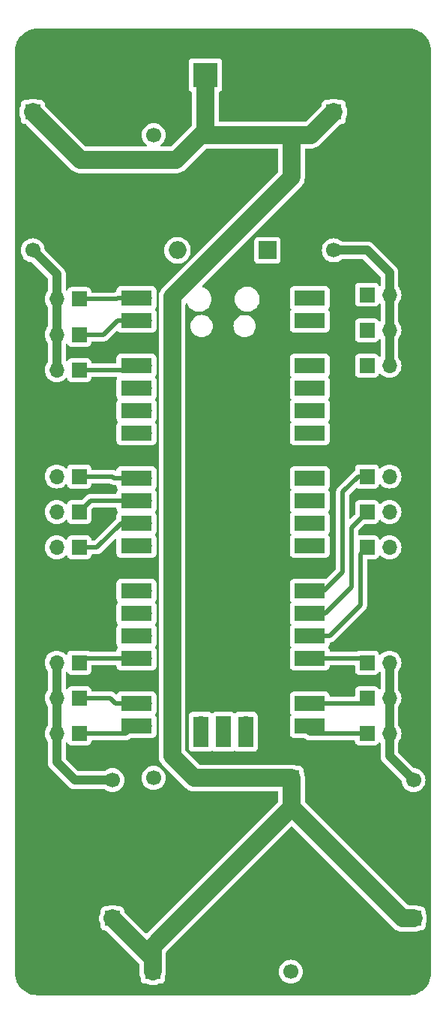
<source format=gbr>
%TF.GenerationSoftware,KiCad,Pcbnew,8.0.6*%
%TF.CreationDate,2024-12-18T16:53:39-05:00*%
%TF.ProjectId,hexapod,68657861-706f-4642-9e6b-696361645f70,rev?*%
%TF.SameCoordinates,Original*%
%TF.FileFunction,Copper,L1,Top*%
%TF.FilePolarity,Positive*%
%FSLAX46Y46*%
G04 Gerber Fmt 4.6, Leading zero omitted, Abs format (unit mm)*
G04 Created by KiCad (PCBNEW 8.0.6) date 2024-12-18 16:53:39*
%MOMM*%
%LPD*%
G01*
G04 APERTURE LIST*
%TA.AperFunction,ComponentPad*%
%ADD10R,2.800000X2.800000*%
%TD*%
%TA.AperFunction,ComponentPad*%
%ADD11C,2.800000*%
%TD*%
%TA.AperFunction,ComponentPad*%
%ADD12R,1.700000X1.700000*%
%TD*%
%TA.AperFunction,ComponentPad*%
%ADD13O,1.700000X1.700000*%
%TD*%
%TA.AperFunction,ComponentPad*%
%ADD14R,2.000000X2.000000*%
%TD*%
%TA.AperFunction,ComponentPad*%
%ADD15O,2.000000X2.000000*%
%TD*%
%TA.AperFunction,ComponentPad*%
%ADD16C,1.700000*%
%TD*%
%TA.AperFunction,SMDPad,CuDef*%
%ADD17R,3.500000X1.700000*%
%TD*%
%TA.AperFunction,SMDPad,CuDef*%
%ADD18R,1.700000X3.500000*%
%TD*%
%TA.AperFunction,ViaPad*%
%ADD19C,3.500000*%
%TD*%
%TA.AperFunction,Conductor*%
%ADD20C,0.500000*%
%TD*%
%TA.AperFunction,Conductor*%
%ADD21C,1.000000*%
%TD*%
%TA.AperFunction,Conductor*%
%ADD22C,2.000000*%
%TD*%
G04 APERTURE END LIST*
D10*
%TO.P,J19,1,Pin_1*%
%TO.N,/power*%
X98000000Y-50750000D03*
D11*
%TO.P,J19,2,Pin_2*%
%TO.N,GND*%
X103000000Y-50750000D03*
%TD*%
D12*
%TO.P,J16,1,Pin_1*%
%TO.N,/r3_j1*%
X116250000Y-117000000D03*
D13*
%TO.P,J16,2,Pin_2*%
%TO.N,/power_r3*%
X118790000Y-117000000D03*
%TO.P,J16,3,Pin_3*%
%TO.N,GND*%
X121330000Y-117000000D03*
%TD*%
D12*
%TO.P,J18,1,Pin_1*%
%TO.N,/r3_j3*%
X116250000Y-125000000D03*
D13*
%TO.P,J18,2,Pin_2*%
%TO.N,/power_r3*%
X118790000Y-125000000D03*
%TO.P,J18,3,Pin_3*%
%TO.N,GND*%
X121330000Y-125000000D03*
%TD*%
D14*
%TO.P,D1,1,K*%
%TO.N,Net-(D1-K)*%
X105000000Y-70500000D03*
D15*
%TO.P,D1,2,A*%
%TO.N,Net-(D1-A)*%
X94840000Y-70500000D03*
%TD*%
D12*
%TO.P,U4,1,+input*%
%TO.N,/power*%
X87500000Y-145850000D03*
D16*
%TO.P,U4,2,-input*%
%TO.N,GND*%
X78500000Y-145850000D03*
%TO.P,U4,3,+output*%
%TO.N,/power_l3*%
X87500000Y-130250000D03*
%TO.P,U4,4,-output*%
%TO.N,GND*%
X78500000Y-130250000D03*
%TD*%
D12*
%TO.P,U7,1,+input*%
%TO.N,/power*%
X121500000Y-145850000D03*
D16*
%TO.P,U7,2,-input*%
%TO.N,GND*%
X112500000Y-145850000D03*
%TO.P,U7,3,+output*%
%TO.N,/power_r3*%
X121500000Y-130250000D03*
%TO.P,U7,4,-output*%
%TO.N,GND*%
X112500000Y-130250000D03*
%TD*%
D12*
%TO.P,J10,1,Pin_1*%
%TO.N,/r1_j1*%
X116250000Y-75500000D03*
D13*
%TO.P,J10,2,Pin_2*%
%TO.N,/power_r1*%
X118790000Y-75500000D03*
%TO.P,J10,3,Pin_3*%
%TO.N,GND*%
X121330000Y-75500000D03*
%TD*%
D12*
%TO.P,J3,1,Pin_1*%
%TO.N,/l1_j3*%
X83750000Y-84000000D03*
D13*
%TO.P,J3,2,Pin_2*%
%TO.N,/power_l1*%
X81210000Y-84000000D03*
%TO.P,J3,3,Pin_3*%
%TO.N,GND*%
X78670000Y-84000000D03*
%TD*%
D12*
%TO.P,U5,1,+input*%
%TO.N,/power*%
X112500000Y-54900000D03*
D16*
%TO.P,U5,2,-input*%
%TO.N,GND*%
X121500000Y-54900000D03*
%TO.P,U5,3,+output*%
%TO.N,/power_r1*%
X112500000Y-70500000D03*
%TO.P,U5,4,-output*%
%TO.N,GND*%
X121500000Y-70500000D03*
%TD*%
D12*
%TO.P,J13,1,Pin_1*%
%TO.N,/r2_j1*%
X116250000Y-96000000D03*
D13*
%TO.P,J13,2,Pin_2*%
%TO.N,/power_r2*%
X118790000Y-96000000D03*
%TO.P,J13,3,Pin_3*%
%TO.N,GND*%
X121330000Y-96000000D03*
%TD*%
D12*
%TO.P,J1,1,Pin_1*%
%TO.N,/l1_j1*%
X83750000Y-76000000D03*
D13*
%TO.P,J1,2,Pin_2*%
%TO.N,/power_l1*%
X81210000Y-76000000D03*
%TO.P,J1,3,Pin_3*%
%TO.N,GND*%
X78670000Y-76000000D03*
%TD*%
D12*
%TO.P,U2,1,+input*%
%TO.N,/power*%
X78500000Y-54900000D03*
D16*
%TO.P,U2,2,-input*%
%TO.N,GND*%
X87500000Y-54900000D03*
%TO.P,U2,3,+output*%
%TO.N,/power_l1*%
X78500000Y-70500000D03*
%TO.P,U2,4,-output*%
%TO.N,GND*%
X87500000Y-70500000D03*
%TD*%
D12*
%TO.P,J11,1,Pin_1*%
%TO.N,/r1_j2*%
X116250000Y-79500000D03*
D13*
%TO.P,J11,2,Pin_2*%
%TO.N,/power_r1*%
X118790000Y-79500000D03*
%TO.P,J11,3,Pin_3*%
%TO.N,GND*%
X121330000Y-79500000D03*
%TD*%
D12*
%TO.P,U3,1,+input*%
%TO.N,/power*%
X107750000Y-130000000D03*
D16*
%TO.P,U3,2,-input*%
%TO.N,GND*%
X107750000Y-139000000D03*
%TO.P,U3,3,+output*%
%TO.N,/power_l2*%
X92150000Y-130000000D03*
%TO.P,U3,4,-output*%
%TO.N,GND*%
X92150000Y-139000000D03*
%TD*%
D12*
%TO.P,J4,1,Pin_1*%
%TO.N,/l2_j1*%
X83750000Y-96000000D03*
D13*
%TO.P,J4,2,Pin_2*%
%TO.N,/power_l2*%
X81210000Y-96000000D03*
%TO.P,J4,3,Pin_3*%
%TO.N,GND*%
X78670000Y-96000000D03*
%TD*%
D12*
%TO.P,U8,1,+input*%
%TO.N,/power*%
X107750000Y-57500000D03*
D16*
%TO.P,U8,2,-input*%
%TO.N,GND*%
X107750000Y-66500000D03*
%TO.P,U8,3,+output*%
%TO.N,Net-(D1-A)*%
X92150000Y-57500000D03*
%TO.P,U8,4,-output*%
%TO.N,GND*%
X92150000Y-66500000D03*
%TD*%
D12*
%TO.P,J6,1,Pin_1*%
%TO.N,/l2_j3*%
X83750000Y-104000000D03*
D13*
%TO.P,J6,2,Pin_2*%
%TO.N,/power_l2*%
X81210000Y-104000000D03*
%TO.P,J6,3,Pin_3*%
%TO.N,GND*%
X78670000Y-104000000D03*
%TD*%
D12*
%TO.P,U6,1,+input*%
%TO.N,/power*%
X92050000Y-151850000D03*
D16*
%TO.P,U6,2,-input*%
%TO.N,GND*%
X92050000Y-142850000D03*
%TO.P,U6,3,+output*%
%TO.N,/power_r2*%
X107650000Y-151850000D03*
%TO.P,U6,4,-output*%
%TO.N,GND*%
X107650000Y-142850000D03*
%TD*%
D12*
%TO.P,J9,1,Pin_1*%
%TO.N,/l3_j3*%
X83750000Y-125000000D03*
D13*
%TO.P,J9,2,Pin_2*%
%TO.N,/power_l3*%
X81210000Y-125000000D03*
%TO.P,J9,3,Pin_3*%
%TO.N,GND*%
X78670000Y-125000000D03*
%TD*%
D12*
%TO.P,J8,1,Pin_1*%
%TO.N,/l3_j2*%
X83750000Y-121000000D03*
D13*
%TO.P,J8,2,Pin_2*%
%TO.N,/power_l3*%
X81210000Y-121000000D03*
%TO.P,J8,3,Pin_3*%
%TO.N,GND*%
X78670000Y-121000000D03*
%TD*%
D12*
%TO.P,J2,1,Pin_1*%
%TO.N,/l1_j2*%
X83750000Y-80000000D03*
D13*
%TO.P,J2,2,Pin_2*%
%TO.N,/power_l1*%
X81210000Y-80000000D03*
%TO.P,J2,3,Pin_3*%
%TO.N,GND*%
X78670000Y-80000000D03*
%TD*%
%TO.P,U1,1,GPIO0*%
%TO.N,/l1_j1*%
X91110000Y-75870000D03*
D17*
X90210000Y-75870000D03*
D13*
%TO.P,U1,2,GPIO1*%
%TO.N,/l1_j2*%
X91110000Y-78410000D03*
D17*
X90210000Y-78410000D03*
D12*
%TO.P,U1,3,GND*%
%TO.N,GND*%
X91110000Y-80950000D03*
D17*
X90210000Y-80950000D03*
D13*
%TO.P,U1,4,GPIO2*%
%TO.N,/l1_j3*%
X91110000Y-83490000D03*
D17*
X90210000Y-83490000D03*
D13*
%TO.P,U1,5,GPIO3*%
%TO.N,unconnected-(U1-GPIO3-Pad5)*%
X91110000Y-86030000D03*
D17*
X90210000Y-86030000D03*
D13*
%TO.P,U1,6,GPIO4*%
%TO.N,unconnected-(U1-GPIO4-Pad6)*%
X91110000Y-88570000D03*
D17*
X90210000Y-88570000D03*
D13*
%TO.P,U1,7,GPIO5*%
%TO.N,unconnected-(U1-GPIO5-Pad7)*%
X91110000Y-91110000D03*
D17*
X90210000Y-91110000D03*
D12*
%TO.P,U1,8,GND*%
%TO.N,GND*%
X91110000Y-93650000D03*
D17*
X90210000Y-93650000D03*
D13*
%TO.P,U1,9,GPIO6*%
%TO.N,/l2_j1*%
X91110000Y-96190000D03*
D17*
X90210000Y-96190000D03*
D13*
%TO.P,U1,10,GPIO7*%
%TO.N,/l2_j2*%
X91110000Y-98730000D03*
D17*
X90210000Y-98730000D03*
D13*
%TO.P,U1,11,GPIO8*%
%TO.N,/l2_j3*%
X91110000Y-101270000D03*
D17*
X90210000Y-101270000D03*
D13*
%TO.P,U1,12,GPIO9*%
%TO.N,unconnected-(U1-GPIO9-Pad12)*%
X91110000Y-103810000D03*
D17*
X90210000Y-103810000D03*
D12*
%TO.P,U1,13,GND*%
%TO.N,GND*%
X91110000Y-106350000D03*
D17*
X90210000Y-106350000D03*
D13*
%TO.P,U1,14,GPIO10*%
%TO.N,unconnected-(U1-GPIO10-Pad14)*%
X91110000Y-108890000D03*
D17*
X90210000Y-108890000D03*
D13*
%TO.P,U1,15,GPIO11*%
%TO.N,unconnected-(U1-GPIO11-Pad15)*%
X91110000Y-111430000D03*
D17*
X90210000Y-111430000D03*
D13*
%TO.P,U1,16,GPIO12*%
%TO.N,unconnected-(U1-GPIO12-Pad16)*%
X91110000Y-113970000D03*
D17*
X90210000Y-113970000D03*
D13*
%TO.P,U1,17,GPIO13*%
%TO.N,/l3_j1*%
X91110000Y-116510000D03*
D17*
X90210000Y-116510000D03*
D12*
%TO.P,U1,18,GND*%
%TO.N,GND*%
X91110000Y-119050000D03*
D17*
X90210000Y-119050000D03*
D13*
%TO.P,U1,19,GPIO14*%
%TO.N,/l3_j2*%
X91110000Y-121590000D03*
D17*
X90210000Y-121590000D03*
D13*
%TO.P,U1,20,GPIO15*%
%TO.N,/l3_j3*%
X91110000Y-124130000D03*
D17*
X90210000Y-124130000D03*
D13*
%TO.P,U1,21,GPIO16*%
%TO.N,/r3_j3*%
X108890000Y-124130000D03*
D17*
X109790000Y-124130000D03*
D13*
%TO.P,U1,22,GPIO17*%
%TO.N,/r3_j2*%
X108890000Y-121590000D03*
D17*
X109790000Y-121590000D03*
D12*
%TO.P,U1,23,GND*%
%TO.N,GND*%
X108890000Y-119050000D03*
D17*
X109790000Y-119050000D03*
D13*
%TO.P,U1,24,GPIO18*%
%TO.N,/r3_j1*%
X108890000Y-116510000D03*
D17*
X109790000Y-116510000D03*
D13*
%TO.P,U1,25,GPIO19*%
%TO.N,/r2_j3*%
X108890000Y-113970000D03*
D17*
X109790000Y-113970000D03*
D13*
%TO.P,U1,26,GPIO20*%
%TO.N,/r2_j2*%
X108890000Y-111430000D03*
D17*
X109790000Y-111430000D03*
D13*
%TO.P,U1,27,GPIO21*%
%TO.N,/r2_j1*%
X108890000Y-108890000D03*
D17*
X109790000Y-108890000D03*
D12*
%TO.P,U1,28,GND*%
%TO.N,GND*%
X108890000Y-106350000D03*
D17*
X109790000Y-106350000D03*
D13*
%TO.P,U1,29,GPIO22*%
%TO.N,/r1_j3*%
X108890000Y-103810000D03*
D17*
X109790000Y-103810000D03*
D13*
%TO.P,U1,30,RUN*%
%TO.N,unconnected-(U1-RUN-Pad30)*%
X108890000Y-101270000D03*
D17*
X109790000Y-101270000D03*
D13*
%TO.P,U1,31,GPIO26_ADC0*%
%TO.N,/r1_j2*%
X108890000Y-98730000D03*
D17*
X109790000Y-98730000D03*
D13*
%TO.P,U1,32,GPIO27_ADC1*%
%TO.N,/r1_j1*%
X108890000Y-96190000D03*
D17*
X109790000Y-96190000D03*
D12*
%TO.P,U1,33,AGND*%
%TO.N,GND*%
X108890000Y-93650000D03*
D17*
X109790000Y-93650000D03*
D13*
%TO.P,U1,34,GPIO28_ADC2*%
%TO.N,unconnected-(U1-GPIO28_ADC2-Pad34)*%
X108890000Y-91110000D03*
D17*
X109790000Y-91110000D03*
D13*
%TO.P,U1,35,ADC_VREF*%
%TO.N,unconnected-(U1-ADC_VREF-Pad35)*%
X108890000Y-88570000D03*
D17*
X109790000Y-88570000D03*
D13*
%TO.P,U1,36,3V3*%
%TO.N,unconnected-(U1-3V3-Pad36)*%
X108890000Y-86030000D03*
D17*
X109790000Y-86030000D03*
D13*
%TO.P,U1,37,3V3_EN*%
%TO.N,unconnected-(U1-3V3_EN-Pad37)*%
X108890000Y-83490000D03*
D17*
X109790000Y-83490000D03*
D12*
%TO.P,U1,38,GND*%
%TO.N,GND*%
X108890000Y-80950000D03*
D17*
X109790000Y-80950000D03*
D13*
%TO.P,U1,39,VSYS*%
%TO.N,Net-(D1-K)*%
X108890000Y-78410000D03*
D17*
X109790000Y-78410000D03*
D13*
%TO.P,U1,40,VBUS*%
%TO.N,unconnected-(U1-VBUS-Pad40)*%
X108890000Y-75870000D03*
D17*
X109790000Y-75870000D03*
D13*
%TO.P,U1,41,SWCLK*%
%TO.N,unconnected-(U1-SWCLK-Pad41)*%
X97460000Y-123900000D03*
D18*
X97460000Y-124800000D03*
D12*
%TO.P,U1,42,GND*%
%TO.N,unconnected-(U1-GND-Pad42)*%
X100000000Y-123900000D03*
D18*
X100000000Y-124800000D03*
D13*
%TO.P,U1,43,SWDIO*%
%TO.N,unconnected-(U1-SWDIO-Pad43)*%
X102540000Y-123900000D03*
D18*
X102540000Y-124800000D03*
%TD*%
D12*
%TO.P,J5,1,Pin_1*%
%TO.N,/l2_j2*%
X83750000Y-100000000D03*
D13*
%TO.P,J5,2,Pin_2*%
%TO.N,/power_l2*%
X81210000Y-100000000D03*
%TO.P,J5,3,Pin_3*%
%TO.N,GND*%
X78670000Y-100000000D03*
%TD*%
D12*
%TO.P,J12,1,Pin_1*%
%TO.N,/r1_j3*%
X116250000Y-83500000D03*
D13*
%TO.P,J12,2,Pin_2*%
%TO.N,/power_r1*%
X118790000Y-83500000D03*
%TO.P,J12,3,Pin_3*%
%TO.N,GND*%
X121330000Y-83500000D03*
%TD*%
D12*
%TO.P,J15,1,Pin_1*%
%TO.N,/r2_j3*%
X116250000Y-104000000D03*
D13*
%TO.P,J15,2,Pin_2*%
%TO.N,/power_r2*%
X118790000Y-104000000D03*
%TO.P,J15,3,Pin_3*%
%TO.N,GND*%
X121330000Y-104000000D03*
%TD*%
D12*
%TO.P,J7,1,Pin_1*%
%TO.N,/l3_j1*%
X83750000Y-117000000D03*
D13*
%TO.P,J7,2,Pin_2*%
%TO.N,/power_l3*%
X81210000Y-117000000D03*
%TO.P,J7,3,Pin_3*%
%TO.N,GND*%
X78670000Y-117000000D03*
%TD*%
D12*
%TO.P,J17,1,Pin_1*%
%TO.N,/r3_j2*%
X116250000Y-121000000D03*
D13*
%TO.P,J17,2,Pin_2*%
%TO.N,/power_r3*%
X118790000Y-121000000D03*
%TO.P,J17,3,Pin_3*%
%TO.N,GND*%
X121330000Y-121000000D03*
%TD*%
D12*
%TO.P,J14,1,Pin_1*%
%TO.N,/r2_j2*%
X116250000Y-100000000D03*
D13*
%TO.P,J14,2,Pin_2*%
%TO.N,/power_r2*%
X118790000Y-100000000D03*
%TO.P,J14,3,Pin_3*%
%TO.N,GND*%
X121330000Y-100000000D03*
%TD*%
D19*
%TO.N,GND*%
X115500000Y-150500000D03*
X84500000Y-49500000D03*
X115500000Y-49500000D03*
X84500000Y-150500000D03*
%TD*%
D20*
%TO.N,/l1_j1*%
X88000000Y-76000000D02*
X83750000Y-76000000D01*
X91110000Y-75870000D02*
X88130000Y-75870000D01*
X88130000Y-75870000D02*
X88000000Y-76000000D01*
%TO.N,/l1_j2*%
X86500000Y-80000000D02*
X83750000Y-80000000D01*
X91110000Y-78410000D02*
X88090000Y-78410000D01*
X88090000Y-78410000D02*
X86500000Y-80000000D01*
%TO.N,/l1_j3*%
X90010000Y-83490000D02*
X89500000Y-84000000D01*
X91110000Y-83490000D02*
X90010000Y-83490000D01*
X89500000Y-84000000D02*
X83750000Y-84000000D01*
%TO.N,/l3_j1*%
X91110000Y-116510000D02*
X84240000Y-116510000D01*
X84240000Y-116510000D02*
X83750000Y-117000000D01*
%TO.N,/l2_j3*%
X91110000Y-101270000D02*
X88480000Y-101270000D01*
X88480000Y-101270000D02*
X85750000Y-104000000D01*
X85750000Y-104000000D02*
X83750000Y-104000000D01*
%TO.N,/l2_j1*%
X87500000Y-96000000D02*
X83750000Y-96000000D01*
X91110000Y-96190000D02*
X87690000Y-96190000D01*
X87690000Y-96190000D02*
X87500000Y-96000000D01*
%TO.N,/l3_j3*%
X91110000Y-124130000D02*
X89880000Y-124130000D01*
X89010000Y-125000000D02*
X83750000Y-125000000D01*
X89880000Y-124130000D02*
X89010000Y-125000000D01*
%TO.N,/l2_j2*%
X85020000Y-98730000D02*
X83750000Y-100000000D01*
X91110000Y-98730000D02*
X85020000Y-98730000D01*
%TO.N,/l3_j2*%
X87840000Y-121590000D02*
X87250000Y-121000000D01*
X91110000Y-121590000D02*
X87840000Y-121590000D01*
X87250000Y-121000000D02*
X83750000Y-121000000D01*
%TO.N,/r2_j1*%
X115250000Y-96000000D02*
X116250000Y-96000000D01*
X111360000Y-108890000D02*
X113500000Y-106750000D01*
X108890000Y-108890000D02*
X111360000Y-108890000D01*
X113500000Y-97750000D02*
X115250000Y-96000000D01*
X113500000Y-106750000D02*
X113500000Y-97750000D01*
%TO.N,/r2_j2*%
X108890000Y-111430000D02*
X111570000Y-111430000D01*
X114500000Y-108500000D02*
X114500000Y-101750000D01*
X111570000Y-111430000D02*
X114500000Y-108500000D01*
X114500000Y-101750000D02*
X116250000Y-100000000D01*
%TO.N,/r2_j3*%
X115500000Y-104750000D02*
X116250000Y-104000000D01*
X112030000Y-113970000D02*
X115500000Y-110500000D01*
X108890000Y-113970000D02*
X112030000Y-113970000D01*
X115500000Y-110500000D02*
X115500000Y-104750000D01*
%TO.N,/r3_j1*%
X115760000Y-116510000D02*
X116250000Y-117000000D01*
X108890000Y-116510000D02*
X115760000Y-116510000D01*
%TO.N,/r3_j2*%
X108890000Y-121590000D02*
X115660000Y-121590000D01*
X115660000Y-121590000D02*
X116250000Y-121000000D01*
%TO.N,/r3_j3*%
X108890000Y-124130000D02*
X109760000Y-125000000D01*
X109760000Y-125000000D02*
X116250000Y-125000000D01*
D21*
%TO.N,/power_r1*%
X118790000Y-79500000D02*
X118790000Y-75500000D01*
X118790000Y-83500000D02*
X118790000Y-79500000D01*
X112500000Y-70500000D02*
X116250000Y-70500000D01*
X118790000Y-73040000D02*
X118790000Y-75500000D01*
X116250000Y-70500000D02*
X118790000Y-73040000D01*
%TO.N,/power_r3*%
X118790000Y-127540000D02*
X118790000Y-125000000D01*
X118790000Y-121000000D02*
X118790000Y-125000000D01*
X121500000Y-130250000D02*
X118790000Y-127540000D01*
X118790000Y-121000000D02*
X118790000Y-117000000D01*
D22*
%TO.N,/power*%
X92050000Y-150400000D02*
X87500000Y-145850000D01*
X94250000Y-127500000D02*
X94250000Y-75750000D01*
X107750000Y-133300000D02*
X107750000Y-130000000D01*
X107750000Y-62250000D02*
X107750000Y-57500000D01*
X98000000Y-57500000D02*
X97750000Y-57250000D01*
X98000000Y-57000000D02*
X98000000Y-50750000D01*
X92050000Y-149000000D02*
X107750000Y-133300000D01*
X94700000Y-60300000D02*
X97750000Y-57250000D01*
X109900000Y-57500000D02*
X112500000Y-54900000D01*
X92050000Y-151850000D02*
X92050000Y-149000000D01*
X107750000Y-57500000D02*
X98000000Y-57500000D01*
X107750000Y-57500000D02*
X109900000Y-57500000D01*
X121500000Y-145850000D02*
X120300000Y-145850000D01*
X120300000Y-145850000D02*
X107750000Y-133300000D01*
X94250000Y-75750000D02*
X107750000Y-62250000D01*
X107750000Y-130000000D02*
X96750000Y-130000000D01*
X83900000Y-60300000D02*
X94700000Y-60300000D01*
X97750000Y-57250000D02*
X98000000Y-57000000D01*
X78500000Y-54900000D02*
X83900000Y-60300000D01*
X96750000Y-130000000D02*
X94250000Y-127500000D01*
X92050000Y-151850000D02*
X92050000Y-150400000D01*
D21*
%TO.N,/power_l1*%
X81210000Y-84000000D02*
X81210000Y-80000000D01*
X81210000Y-73210000D02*
X81210000Y-76000000D01*
X81210000Y-76000000D02*
X81210000Y-80000000D01*
X78500000Y-70500000D02*
X81210000Y-73210000D01*
%TO.N,/power_l3*%
X81210000Y-121000000D02*
X81210000Y-125000000D01*
X83250000Y-130250000D02*
X87500000Y-130250000D01*
X81210000Y-128210000D02*
X83250000Y-130250000D01*
X81210000Y-128210000D02*
X81210000Y-125000000D01*
X81210000Y-117000000D02*
X81210000Y-121000000D01*
%TD*%
%TA.AperFunction,Conductor*%
%TO.N,GND*%
G36*
X121003736Y-45500726D02*
G01*
X121293796Y-45518271D01*
X121308659Y-45520076D01*
X121590798Y-45571780D01*
X121605335Y-45575363D01*
X121879172Y-45660695D01*
X121893163Y-45666000D01*
X122154743Y-45783727D01*
X122167989Y-45790680D01*
X122413465Y-45939075D01*
X122425776Y-45947573D01*
X122651573Y-46124473D01*
X122662781Y-46134403D01*
X122865596Y-46337218D01*
X122875526Y-46348426D01*
X122995481Y-46501538D01*
X123052422Y-46574217D01*
X123060928Y-46586540D01*
X123209316Y-46832004D01*
X123216275Y-46845263D01*
X123333997Y-47106831D01*
X123339306Y-47120832D01*
X123424635Y-47394663D01*
X123428219Y-47409201D01*
X123479923Y-47691340D01*
X123481728Y-47706205D01*
X123499274Y-47996263D01*
X123499500Y-48003750D01*
X123499500Y-151996249D01*
X123499274Y-152003736D01*
X123481728Y-152293794D01*
X123479923Y-152308659D01*
X123428219Y-152590798D01*
X123424635Y-152605336D01*
X123339306Y-152879167D01*
X123333997Y-152893168D01*
X123216275Y-153154736D01*
X123209316Y-153167995D01*
X123060928Y-153413459D01*
X123052422Y-153425782D01*
X122875526Y-153651573D01*
X122865596Y-153662781D01*
X122662781Y-153865596D01*
X122651573Y-153875526D01*
X122425782Y-154052422D01*
X122413459Y-154060928D01*
X122167995Y-154209316D01*
X122154736Y-154216275D01*
X121893168Y-154333997D01*
X121879167Y-154339306D01*
X121605336Y-154424635D01*
X121590798Y-154428219D01*
X121308659Y-154479923D01*
X121293794Y-154481728D01*
X121003736Y-154499274D01*
X120996249Y-154499500D01*
X79003751Y-154499500D01*
X78996264Y-154499274D01*
X78706205Y-154481728D01*
X78691340Y-154479923D01*
X78409201Y-154428219D01*
X78394663Y-154424635D01*
X78120832Y-154339306D01*
X78106831Y-154333997D01*
X77845263Y-154216275D01*
X77832004Y-154209316D01*
X77586540Y-154060928D01*
X77574217Y-154052422D01*
X77348426Y-153875526D01*
X77337218Y-153865596D01*
X77134403Y-153662781D01*
X77124473Y-153651573D01*
X76947573Y-153425776D01*
X76939075Y-153413465D01*
X76790680Y-153167989D01*
X76783727Y-153154743D01*
X76666000Y-152893163D01*
X76660693Y-152879167D01*
X76638356Y-152807486D01*
X76575363Y-152605335D01*
X76571780Y-152590798D01*
X76561445Y-152534400D01*
X76520075Y-152308657D01*
X76518271Y-152293794D01*
X76500726Y-152003736D01*
X76500500Y-151996249D01*
X76500500Y-116999999D01*
X79854341Y-116999999D01*
X79854341Y-117000000D01*
X79874936Y-117235403D01*
X79874938Y-117235413D01*
X79936094Y-117463655D01*
X79936096Y-117463659D01*
X79936097Y-117463663D01*
X80000758Y-117602328D01*
X80035965Y-117677830D01*
X80035967Y-117677834D01*
X80063774Y-117717546D01*
X80167484Y-117865659D01*
X80171501Y-117871395D01*
X80171506Y-117871402D01*
X80173181Y-117873077D01*
X80173682Y-117873995D01*
X80174982Y-117875544D01*
X80174670Y-117875805D01*
X80206666Y-117934400D01*
X80209500Y-117960758D01*
X80209500Y-120039241D01*
X80189815Y-120106280D01*
X80173181Y-120126922D01*
X80171505Y-120128597D01*
X80035965Y-120322169D01*
X80035964Y-120322171D01*
X79936098Y-120536335D01*
X79936094Y-120536344D01*
X79874938Y-120764586D01*
X79874936Y-120764596D01*
X79854341Y-120999999D01*
X79854341Y-121000000D01*
X79874936Y-121235403D01*
X79874938Y-121235413D01*
X79936094Y-121463655D01*
X79936096Y-121463659D01*
X79936097Y-121463663D01*
X80025032Y-121654385D01*
X80035965Y-121677830D01*
X80035967Y-121677834D01*
X80171501Y-121871395D01*
X80171506Y-121871402D01*
X80173181Y-121873077D01*
X80173682Y-121873995D01*
X80174982Y-121875544D01*
X80174670Y-121875805D01*
X80206666Y-121934400D01*
X80209500Y-121960758D01*
X80209500Y-124039241D01*
X80189815Y-124106280D01*
X80173181Y-124126922D01*
X80171505Y-124128597D01*
X80035965Y-124322169D01*
X80035964Y-124322171D01*
X79936098Y-124536335D01*
X79936094Y-124536344D01*
X79874938Y-124764586D01*
X79874936Y-124764596D01*
X79854341Y-124999999D01*
X79854341Y-125000000D01*
X79874936Y-125235403D01*
X79874938Y-125235413D01*
X79936094Y-125463655D01*
X79936096Y-125463659D01*
X79936097Y-125463663D01*
X80014681Y-125632186D01*
X80035965Y-125677830D01*
X80035967Y-125677834D01*
X80171501Y-125871395D01*
X80171506Y-125871402D01*
X80173181Y-125873077D01*
X80173682Y-125873995D01*
X80174982Y-125875544D01*
X80174670Y-125875805D01*
X80206666Y-125934400D01*
X80209500Y-125960758D01*
X80209500Y-128308544D01*
X80247481Y-128499488D01*
X80247948Y-128501834D01*
X80247948Y-128501836D01*
X80323364Y-128683907D01*
X80323371Y-128683920D01*
X80432859Y-128847780D01*
X80432860Y-128847781D01*
X80432861Y-128847782D01*
X80572218Y-128987139D01*
X80572219Y-128987139D01*
X80579286Y-128994206D01*
X80579285Y-128994206D01*
X80579289Y-128994209D01*
X82612215Y-131027137D01*
X82612219Y-131027140D01*
X82776079Y-131136628D01*
X82776088Y-131136633D01*
X82795122Y-131144517D01*
X82958165Y-131212052D01*
X83119389Y-131244121D01*
X83151457Y-131250499D01*
X83151458Y-131250500D01*
X83151459Y-131250500D01*
X83151460Y-131250500D01*
X83348541Y-131250500D01*
X86539242Y-131250500D01*
X86606281Y-131270185D01*
X86626923Y-131286819D01*
X86628599Y-131288495D01*
X86695102Y-131335061D01*
X86822165Y-131424032D01*
X86822167Y-131424033D01*
X86822170Y-131424035D01*
X87036337Y-131523903D01*
X87264592Y-131585063D01*
X87452918Y-131601539D01*
X87499999Y-131605659D01*
X87500000Y-131605659D01*
X87500001Y-131605659D01*
X87539234Y-131602226D01*
X87735408Y-131585063D01*
X87963663Y-131523903D01*
X88177830Y-131424035D01*
X88371401Y-131288495D01*
X88538495Y-131121401D01*
X88674035Y-130927830D01*
X88773903Y-130713663D01*
X88835063Y-130485408D01*
X88855659Y-130250000D01*
X88835063Y-130014592D01*
X88831153Y-129999999D01*
X90794341Y-129999999D01*
X90794341Y-130000000D01*
X90814936Y-130235403D01*
X90814938Y-130235413D01*
X90876094Y-130463655D01*
X90876096Y-130463659D01*
X90876097Y-130463663D01*
X90975965Y-130677830D01*
X90975967Y-130677834D01*
X91001056Y-130713664D01*
X91111505Y-130871401D01*
X91278599Y-131038495D01*
X91375384Y-131106265D01*
X91472165Y-131174032D01*
X91472167Y-131174033D01*
X91472170Y-131174035D01*
X91686337Y-131273903D01*
X91914592Y-131335063D01*
X92102918Y-131351539D01*
X92149999Y-131355659D01*
X92150000Y-131355659D01*
X92150001Y-131355659D01*
X92189234Y-131352226D01*
X92385408Y-131335063D01*
X92613663Y-131273903D01*
X92827830Y-131174035D01*
X93021401Y-131038495D01*
X93188495Y-130871401D01*
X93324035Y-130677830D01*
X93423903Y-130463663D01*
X93485063Y-130235408D01*
X93505659Y-130000000D01*
X93485063Y-129764592D01*
X93423903Y-129536337D01*
X93324035Y-129322171D01*
X93273151Y-129249500D01*
X93188494Y-129128597D01*
X93021402Y-128961506D01*
X93021395Y-128961501D01*
X92827834Y-128825967D01*
X92827830Y-128825965D01*
X92827828Y-128825964D01*
X92613663Y-128726097D01*
X92613659Y-128726096D01*
X92613655Y-128726094D01*
X92385413Y-128664938D01*
X92385403Y-128664936D01*
X92150001Y-128644341D01*
X92149999Y-128644341D01*
X91914596Y-128664936D01*
X91914586Y-128664938D01*
X91686344Y-128726094D01*
X91686335Y-128726098D01*
X91472171Y-128825964D01*
X91472169Y-128825965D01*
X91278597Y-128961505D01*
X91111505Y-129128597D01*
X90975965Y-129322169D01*
X90975964Y-129322171D01*
X90876098Y-129536335D01*
X90876094Y-129536344D01*
X90814938Y-129764586D01*
X90814936Y-129764596D01*
X90794341Y-129999999D01*
X88831153Y-129999999D01*
X88773903Y-129786337D01*
X88674035Y-129572171D01*
X88648943Y-129536335D01*
X88538494Y-129378597D01*
X88371402Y-129211506D01*
X88371395Y-129211501D01*
X88177834Y-129075967D01*
X88177830Y-129075965D01*
X88177828Y-129075964D01*
X87963663Y-128976097D01*
X87963659Y-128976096D01*
X87963655Y-128976094D01*
X87735413Y-128914938D01*
X87735403Y-128914936D01*
X87500001Y-128894341D01*
X87499999Y-128894341D01*
X87264596Y-128914936D01*
X87264586Y-128914938D01*
X87036344Y-128976094D01*
X87036335Y-128976098D01*
X86822171Y-129075964D01*
X86822169Y-129075965D01*
X86628597Y-129211505D01*
X86626922Y-129213181D01*
X86626000Y-129213684D01*
X86624449Y-129214986D01*
X86624187Y-129214674D01*
X86565599Y-129246666D01*
X86539241Y-129249500D01*
X83715783Y-129249500D01*
X83648744Y-129229815D01*
X83628102Y-129213181D01*
X82246819Y-127831898D01*
X82213334Y-127770575D01*
X82210500Y-127744217D01*
X82210500Y-126120859D01*
X82230185Y-126053820D01*
X82282989Y-126008065D01*
X82352147Y-125998121D01*
X82415703Y-126027146D01*
X82450681Y-126077525D01*
X82453921Y-126086211D01*
X82456204Y-126092332D01*
X82456206Y-126092335D01*
X82542452Y-126207544D01*
X82542455Y-126207547D01*
X82657664Y-126293793D01*
X82657671Y-126293797D01*
X82792517Y-126344091D01*
X82792516Y-126344091D01*
X82799444Y-126344835D01*
X82852127Y-126350500D01*
X84647872Y-126350499D01*
X84707483Y-126344091D01*
X84842331Y-126293796D01*
X84957546Y-126207546D01*
X85043796Y-126092331D01*
X85094091Y-125957483D01*
X85100500Y-125897873D01*
X85100500Y-125874500D01*
X85120185Y-125807461D01*
X85172989Y-125761706D01*
X85224500Y-125750500D01*
X89083920Y-125750500D01*
X89181462Y-125731096D01*
X89228913Y-125721658D01*
X89365495Y-125665084D01*
X89414729Y-125632186D01*
X89414734Y-125632183D01*
X89439181Y-125615848D01*
X89488416Y-125582952D01*
X89554549Y-125516817D01*
X89615872Y-125483333D01*
X89642231Y-125480499D01*
X91045612Y-125480499D01*
X91056420Y-125480971D01*
X91109999Y-125485659D01*
X91110000Y-125485659D01*
X91110001Y-125485659D01*
X91163580Y-125480971D01*
X91174388Y-125480499D01*
X92007871Y-125480499D01*
X92007872Y-125480499D01*
X92067483Y-125474091D01*
X92202331Y-125423796D01*
X92317546Y-125337546D01*
X92403796Y-125222331D01*
X92454091Y-125087483D01*
X92460500Y-125027873D01*
X92460499Y-124194383D01*
X92460971Y-124183576D01*
X92461546Y-124177011D01*
X92465659Y-124130000D01*
X92465536Y-124128599D01*
X92460971Y-124076421D01*
X92460499Y-124065613D01*
X92460499Y-123232129D01*
X92460498Y-123232123D01*
X92460497Y-123232116D01*
X92454091Y-123172517D01*
X92403796Y-123037669D01*
X92326421Y-122934309D01*
X92302004Y-122868848D01*
X92316855Y-122800575D01*
X92326416Y-122785696D01*
X92403796Y-122682331D01*
X92454091Y-122547483D01*
X92460500Y-122487873D01*
X92460499Y-121654383D01*
X92460971Y-121643576D01*
X92465659Y-121590000D01*
X92465659Y-121589999D01*
X92460971Y-121536421D01*
X92460499Y-121525613D01*
X92460499Y-120692129D01*
X92460498Y-120692123D01*
X92460497Y-120692116D01*
X92454091Y-120632517D01*
X92422732Y-120548440D01*
X92403797Y-120497671D01*
X92403793Y-120497664D01*
X92317547Y-120382455D01*
X92317544Y-120382452D01*
X92202335Y-120296206D01*
X92202328Y-120296202D01*
X92067482Y-120245908D01*
X92067483Y-120245908D01*
X92007883Y-120239501D01*
X92007881Y-120239500D01*
X92007873Y-120239500D01*
X92007865Y-120239500D01*
X91174380Y-120239500D01*
X91163573Y-120239028D01*
X91137024Y-120236705D01*
X91110001Y-120234341D01*
X91109998Y-120234341D01*
X91056424Y-120239028D01*
X91045617Y-120239500D01*
X88412129Y-120239500D01*
X88412123Y-120239501D01*
X88352516Y-120245908D01*
X88217671Y-120296202D01*
X88217664Y-120296206D01*
X88102455Y-120382452D01*
X88013270Y-120501586D01*
X87957336Y-120543457D01*
X87887644Y-120548440D01*
X87826323Y-120514955D01*
X87728413Y-120417045D01*
X87676638Y-120382452D01*
X87646355Y-120362218D01*
X87605495Y-120334916D01*
X87605494Y-120334915D01*
X87605492Y-120334914D01*
X87605490Y-120334913D01*
X87468917Y-120278343D01*
X87468907Y-120278340D01*
X87323920Y-120249500D01*
X87323918Y-120249500D01*
X85224499Y-120249500D01*
X85157460Y-120229815D01*
X85111705Y-120177011D01*
X85100499Y-120125500D01*
X85100499Y-120102129D01*
X85100498Y-120102123D01*
X85100497Y-120102116D01*
X85094091Y-120042517D01*
X85092869Y-120039241D01*
X85043797Y-119907671D01*
X85043793Y-119907664D01*
X84957547Y-119792455D01*
X84957544Y-119792452D01*
X84842335Y-119706206D01*
X84842328Y-119706202D01*
X84707482Y-119655908D01*
X84707483Y-119655908D01*
X84647883Y-119649501D01*
X84647881Y-119649500D01*
X84647873Y-119649500D01*
X84647864Y-119649500D01*
X82852129Y-119649500D01*
X82852123Y-119649501D01*
X82792516Y-119655908D01*
X82657671Y-119706202D01*
X82657664Y-119706206D01*
X82542455Y-119792452D01*
X82542452Y-119792455D01*
X82456206Y-119907664D01*
X82456202Y-119907671D01*
X82450682Y-119922473D01*
X82408811Y-119978407D01*
X82343346Y-120002824D01*
X82275073Y-119987972D01*
X82225668Y-119938567D01*
X82210500Y-119879140D01*
X82210500Y-118120859D01*
X82230185Y-118053820D01*
X82282989Y-118008065D01*
X82352147Y-117998121D01*
X82415703Y-118027146D01*
X82450681Y-118077525D01*
X82453921Y-118086211D01*
X82456204Y-118092332D01*
X82456206Y-118092335D01*
X82542452Y-118207544D01*
X82542455Y-118207547D01*
X82657664Y-118293793D01*
X82657671Y-118293797D01*
X82792517Y-118344091D01*
X82792516Y-118344091D01*
X82799444Y-118344835D01*
X82852127Y-118350500D01*
X84647872Y-118350499D01*
X84707483Y-118344091D01*
X84842331Y-118293796D01*
X84957546Y-118207546D01*
X85043796Y-118092331D01*
X85094091Y-117957483D01*
X85100500Y-117897873D01*
X85100500Y-117384500D01*
X85120185Y-117317461D01*
X85172989Y-117271706D01*
X85224500Y-117260500D01*
X87835501Y-117260500D01*
X87902540Y-117280185D01*
X87948295Y-117332989D01*
X87959501Y-117384500D01*
X87959501Y-117407876D01*
X87965908Y-117467483D01*
X88016202Y-117602328D01*
X88016206Y-117602335D01*
X88102452Y-117717544D01*
X88102455Y-117717547D01*
X88217664Y-117803793D01*
X88217671Y-117803797D01*
X88352517Y-117854091D01*
X88352516Y-117854091D01*
X88359444Y-117854835D01*
X88412127Y-117860500D01*
X91045611Y-117860499D01*
X91056419Y-117860971D01*
X91109999Y-117865659D01*
X91110000Y-117865659D01*
X91110001Y-117865659D01*
X91163580Y-117860971D01*
X91174388Y-117860499D01*
X92007871Y-117860499D01*
X92007872Y-117860499D01*
X92067483Y-117854091D01*
X92202331Y-117803796D01*
X92317546Y-117717546D01*
X92403796Y-117602331D01*
X92454091Y-117467483D01*
X92460500Y-117407873D01*
X92460499Y-116574383D01*
X92460971Y-116563576D01*
X92465659Y-116510000D01*
X92465659Y-116509999D01*
X92460971Y-116456421D01*
X92460499Y-116445613D01*
X92460499Y-115612129D01*
X92460498Y-115612123D01*
X92460497Y-115612116D01*
X92454091Y-115552517D01*
X92403796Y-115417669D01*
X92326421Y-115314309D01*
X92302004Y-115248848D01*
X92316855Y-115180575D01*
X92326416Y-115165696D01*
X92403796Y-115062331D01*
X92454091Y-114927483D01*
X92460500Y-114867873D01*
X92460499Y-114034383D01*
X92460971Y-114023576D01*
X92465659Y-113970000D01*
X92465659Y-113969999D01*
X92460971Y-113916421D01*
X92460499Y-113905613D01*
X92460499Y-113072129D01*
X92460498Y-113072123D01*
X92460497Y-113072116D01*
X92454091Y-113012517D01*
X92403796Y-112877669D01*
X92326421Y-112774309D01*
X92302004Y-112708848D01*
X92316855Y-112640575D01*
X92326416Y-112625696D01*
X92403796Y-112522331D01*
X92454091Y-112387483D01*
X92460500Y-112327873D01*
X92460499Y-111494383D01*
X92460971Y-111483576D01*
X92465659Y-111430000D01*
X92465659Y-111429999D01*
X92460971Y-111376421D01*
X92460499Y-111365613D01*
X92460499Y-110532129D01*
X92460498Y-110532123D01*
X92460497Y-110532116D01*
X92454091Y-110472517D01*
X92403796Y-110337669D01*
X92326421Y-110234309D01*
X92302004Y-110168848D01*
X92316855Y-110100575D01*
X92326416Y-110085696D01*
X92403796Y-109982331D01*
X92454091Y-109847483D01*
X92460500Y-109787873D01*
X92460499Y-108954383D01*
X92460971Y-108943576D01*
X92465659Y-108890000D01*
X92465659Y-108889999D01*
X92460971Y-108836421D01*
X92460499Y-108825613D01*
X92460499Y-107992129D01*
X92460498Y-107992123D01*
X92460497Y-107992116D01*
X92454091Y-107932517D01*
X92427502Y-107861229D01*
X92403797Y-107797671D01*
X92403793Y-107797664D01*
X92317547Y-107682455D01*
X92317544Y-107682452D01*
X92202335Y-107596206D01*
X92202328Y-107596202D01*
X92067482Y-107545908D01*
X92067483Y-107545908D01*
X92007883Y-107539501D01*
X92007881Y-107539500D01*
X92007873Y-107539500D01*
X92007865Y-107539500D01*
X91174380Y-107539500D01*
X91163573Y-107539028D01*
X91137024Y-107536705D01*
X91110001Y-107534341D01*
X91109998Y-107534341D01*
X91056424Y-107539028D01*
X91045617Y-107539500D01*
X88412129Y-107539500D01*
X88412123Y-107539501D01*
X88352516Y-107545908D01*
X88217671Y-107596202D01*
X88217664Y-107596206D01*
X88102455Y-107682452D01*
X88102452Y-107682455D01*
X88016206Y-107797664D01*
X88016202Y-107797671D01*
X87965908Y-107932517D01*
X87959501Y-107992116D01*
X87959501Y-107992123D01*
X87959500Y-107992135D01*
X87959500Y-109787870D01*
X87959501Y-109787876D01*
X87965908Y-109847483D01*
X88016202Y-109982328D01*
X88016203Y-109982330D01*
X88093578Y-110085689D01*
X88117995Y-110151153D01*
X88103144Y-110219426D01*
X88093578Y-110234311D01*
X88016203Y-110337669D01*
X88016202Y-110337671D01*
X87965908Y-110472517D01*
X87959501Y-110532116D01*
X87959501Y-110532123D01*
X87959500Y-110532135D01*
X87959500Y-112327870D01*
X87959501Y-112327876D01*
X87965908Y-112387483D01*
X88016202Y-112522328D01*
X88016203Y-112522330D01*
X88093578Y-112625689D01*
X88117995Y-112691153D01*
X88103144Y-112759426D01*
X88093578Y-112774311D01*
X88016203Y-112877669D01*
X88016202Y-112877671D01*
X87965908Y-113012517D01*
X87959501Y-113072116D01*
X87959501Y-113072123D01*
X87959500Y-113072135D01*
X87959500Y-114867870D01*
X87959501Y-114867876D01*
X87965908Y-114927483D01*
X88016202Y-115062328D01*
X88016203Y-115062330D01*
X88093578Y-115165689D01*
X88117995Y-115231153D01*
X88103144Y-115299426D01*
X88093578Y-115314311D01*
X88016203Y-115417669D01*
X88016202Y-115417671D01*
X87965908Y-115552517D01*
X87959501Y-115612116D01*
X87959501Y-115612123D01*
X87959500Y-115612135D01*
X87959500Y-115635500D01*
X87939815Y-115702539D01*
X87887011Y-115748294D01*
X87835500Y-115759500D01*
X84954797Y-115759500D01*
X84887758Y-115739815D01*
X84880486Y-115734767D01*
X84842330Y-115706203D01*
X84842328Y-115706202D01*
X84707482Y-115655908D01*
X84707483Y-115655908D01*
X84647883Y-115649501D01*
X84647881Y-115649500D01*
X84647873Y-115649500D01*
X84647864Y-115649500D01*
X82852129Y-115649500D01*
X82852123Y-115649501D01*
X82792516Y-115655908D01*
X82657671Y-115706202D01*
X82657664Y-115706206D01*
X82542455Y-115792452D01*
X82542452Y-115792455D01*
X82456206Y-115907664D01*
X82456203Y-115907669D01*
X82407189Y-116039083D01*
X82365317Y-116095016D01*
X82299853Y-116119433D01*
X82231580Y-116104581D01*
X82203326Y-116083430D01*
X82081402Y-115961506D01*
X82081395Y-115961501D01*
X81887834Y-115825967D01*
X81887830Y-115825965D01*
X81887828Y-115825964D01*
X81673663Y-115726097D01*
X81673659Y-115726096D01*
X81673655Y-115726094D01*
X81445413Y-115664938D01*
X81445403Y-115664936D01*
X81210001Y-115644341D01*
X81209999Y-115644341D01*
X80974596Y-115664936D01*
X80974586Y-115664938D01*
X80746344Y-115726094D01*
X80746335Y-115726098D01*
X80532171Y-115825964D01*
X80532169Y-115825965D01*
X80338597Y-115961505D01*
X80171505Y-116128597D01*
X80035965Y-116322169D01*
X80035964Y-116322171D01*
X79936098Y-116536335D01*
X79936094Y-116536344D01*
X79874938Y-116764586D01*
X79874936Y-116764596D01*
X79854341Y-116999999D01*
X76500500Y-116999999D01*
X76500500Y-95999999D01*
X79854341Y-95999999D01*
X79854341Y-96000000D01*
X79874936Y-96235403D01*
X79874938Y-96235413D01*
X79936094Y-96463655D01*
X79936096Y-96463659D01*
X79936097Y-96463663D01*
X80020499Y-96644663D01*
X80035965Y-96677830D01*
X80035967Y-96677834D01*
X80101482Y-96771398D01*
X80171505Y-96871401D01*
X80338599Y-97038495D01*
X80435384Y-97106265D01*
X80532165Y-97174032D01*
X80532167Y-97174033D01*
X80532170Y-97174035D01*
X80746337Y-97273903D01*
X80974592Y-97335063D01*
X81151034Y-97350500D01*
X81209999Y-97355659D01*
X81210000Y-97355659D01*
X81210001Y-97355659D01*
X81268966Y-97350500D01*
X81445408Y-97335063D01*
X81673663Y-97273903D01*
X81887830Y-97174035D01*
X82081401Y-97038495D01*
X82203329Y-96916566D01*
X82264648Y-96883084D01*
X82334340Y-96888068D01*
X82390274Y-96929939D01*
X82407189Y-96960917D01*
X82456202Y-97092328D01*
X82456206Y-97092335D01*
X82542452Y-97207544D01*
X82542455Y-97207547D01*
X82657664Y-97293793D01*
X82657671Y-97293797D01*
X82792517Y-97344091D01*
X82792516Y-97344091D01*
X82799444Y-97344835D01*
X82852127Y-97350500D01*
X84647872Y-97350499D01*
X84707483Y-97344091D01*
X84842331Y-97293796D01*
X84957546Y-97207546D01*
X85043796Y-97092331D01*
X85094091Y-96957483D01*
X85100500Y-96897873D01*
X85100500Y-96874500D01*
X85120185Y-96807461D01*
X85172989Y-96761706D01*
X85224500Y-96750500D01*
X87140369Y-96750500D01*
X87207408Y-96770185D01*
X87209260Y-96771398D01*
X87211583Y-96772950D01*
X87211585Y-96772952D01*
X87235635Y-96789021D01*
X87252374Y-96800206D01*
X87334501Y-96855082D01*
X87334503Y-96855083D01*
X87334505Y-96855084D01*
X87365275Y-96867829D01*
X87365276Y-96867830D01*
X87365277Y-96867830D01*
X87471088Y-96911659D01*
X87587241Y-96934763D01*
X87606468Y-96938587D01*
X87616081Y-96940500D01*
X87616082Y-96940500D01*
X87616083Y-96940500D01*
X87763918Y-96940500D01*
X87835501Y-96940500D01*
X87902540Y-96960185D01*
X87948295Y-97012989D01*
X87959501Y-97064500D01*
X87959501Y-97087876D01*
X87965908Y-97147483D01*
X88016202Y-97282328D01*
X88016203Y-97282330D01*
X88093578Y-97385689D01*
X88117995Y-97451153D01*
X88103144Y-97519426D01*
X88093578Y-97534311D01*
X88016203Y-97637669D01*
X88016202Y-97637671D01*
X87965908Y-97772517D01*
X87959501Y-97832116D01*
X87959501Y-97832123D01*
X87959500Y-97832135D01*
X87959500Y-97855500D01*
X87939815Y-97922539D01*
X87887011Y-97968294D01*
X87835500Y-97979500D01*
X84946080Y-97979500D01*
X84801092Y-98008340D01*
X84801082Y-98008343D01*
X84664511Y-98064912D01*
X84664498Y-98064919D01*
X84541584Y-98147048D01*
X84541580Y-98147051D01*
X84075450Y-98613181D01*
X84014127Y-98646666D01*
X83987769Y-98649500D01*
X82852129Y-98649500D01*
X82852123Y-98649501D01*
X82792516Y-98655908D01*
X82657671Y-98706202D01*
X82657664Y-98706206D01*
X82542455Y-98792452D01*
X82542452Y-98792455D01*
X82456206Y-98907664D01*
X82456203Y-98907669D01*
X82407189Y-99039083D01*
X82365317Y-99095016D01*
X82299853Y-99119433D01*
X82231580Y-99104581D01*
X82203326Y-99083430D01*
X82081402Y-98961506D01*
X82081395Y-98961501D01*
X81887834Y-98825967D01*
X81887830Y-98825965D01*
X81887828Y-98825964D01*
X81673663Y-98726097D01*
X81673659Y-98726096D01*
X81673655Y-98726094D01*
X81445413Y-98664938D01*
X81445403Y-98664936D01*
X81210001Y-98644341D01*
X81209999Y-98644341D01*
X80974596Y-98664936D01*
X80974586Y-98664938D01*
X80746344Y-98726094D01*
X80746337Y-98726096D01*
X80746337Y-98726097D01*
X80737969Y-98729999D01*
X80532171Y-98825964D01*
X80532169Y-98825965D01*
X80338597Y-98961505D01*
X80171505Y-99128597D01*
X80035965Y-99322169D01*
X80035964Y-99322171D01*
X79936098Y-99536335D01*
X79936094Y-99536344D01*
X79874938Y-99764586D01*
X79874936Y-99764596D01*
X79854341Y-99999999D01*
X79854341Y-100000000D01*
X79874936Y-100235403D01*
X79874938Y-100235413D01*
X79936094Y-100463655D01*
X79936096Y-100463659D01*
X79936097Y-100463663D01*
X80035937Y-100677769D01*
X80035965Y-100677830D01*
X80035967Y-100677834D01*
X80097317Y-100765450D01*
X80171505Y-100871401D01*
X80338599Y-101038495D01*
X80435384Y-101106265D01*
X80532165Y-101174032D01*
X80532167Y-101174033D01*
X80532170Y-101174035D01*
X80746337Y-101273903D01*
X80974592Y-101335063D01*
X81151034Y-101350500D01*
X81209999Y-101355659D01*
X81210000Y-101355659D01*
X81210001Y-101355659D01*
X81268966Y-101350500D01*
X81445408Y-101335063D01*
X81673663Y-101273903D01*
X81887830Y-101174035D01*
X82081401Y-101038495D01*
X82203329Y-100916566D01*
X82264648Y-100883084D01*
X82334340Y-100888068D01*
X82390274Y-100929939D01*
X82407189Y-100960917D01*
X82456202Y-101092328D01*
X82456206Y-101092335D01*
X82542452Y-101207544D01*
X82542455Y-101207547D01*
X82657664Y-101293793D01*
X82657671Y-101293797D01*
X82792517Y-101344091D01*
X82792516Y-101344091D01*
X82799444Y-101344835D01*
X82852127Y-101350500D01*
X84647872Y-101350499D01*
X84707483Y-101344091D01*
X84842331Y-101293796D01*
X84957546Y-101207546D01*
X85043796Y-101092331D01*
X85094091Y-100957483D01*
X85100500Y-100897873D01*
X85100499Y-99762228D01*
X85120184Y-99695190D01*
X85136809Y-99674557D01*
X85294550Y-99516816D01*
X85355871Y-99483334D01*
X85382229Y-99480500D01*
X87835501Y-99480500D01*
X87902540Y-99500185D01*
X87948295Y-99552989D01*
X87959501Y-99604500D01*
X87959501Y-99627876D01*
X87965908Y-99687483D01*
X88016202Y-99822328D01*
X88016203Y-99822330D01*
X88093578Y-99925689D01*
X88117995Y-99991153D01*
X88103144Y-100059426D01*
X88093578Y-100074311D01*
X88016203Y-100177669D01*
X88016202Y-100177671D01*
X87965908Y-100312517D01*
X87959501Y-100372116D01*
X87959501Y-100372123D01*
X87959500Y-100372135D01*
X87959500Y-100677769D01*
X87939815Y-100744808D01*
X87923181Y-100765450D01*
X85475451Y-103213181D01*
X85414128Y-103246666D01*
X85387770Y-103249500D01*
X85224499Y-103249500D01*
X85157460Y-103229815D01*
X85111705Y-103177011D01*
X85100499Y-103125500D01*
X85100499Y-103102129D01*
X85100498Y-103102123D01*
X85097051Y-103070058D01*
X85094091Y-103042517D01*
X85092810Y-103039083D01*
X85043797Y-102907671D01*
X85043793Y-102907664D01*
X84957547Y-102792455D01*
X84957544Y-102792452D01*
X84842335Y-102706206D01*
X84842328Y-102706202D01*
X84707482Y-102655908D01*
X84707483Y-102655908D01*
X84647883Y-102649501D01*
X84647881Y-102649500D01*
X84647873Y-102649500D01*
X84647864Y-102649500D01*
X82852129Y-102649500D01*
X82852123Y-102649501D01*
X82792516Y-102655908D01*
X82657671Y-102706202D01*
X82657664Y-102706206D01*
X82542455Y-102792452D01*
X82542452Y-102792455D01*
X82456206Y-102907664D01*
X82456203Y-102907669D01*
X82407189Y-103039083D01*
X82365317Y-103095016D01*
X82299853Y-103119433D01*
X82231580Y-103104581D01*
X82203326Y-103083430D01*
X82081402Y-102961506D01*
X82081395Y-102961501D01*
X81887834Y-102825967D01*
X81887830Y-102825965D01*
X81887828Y-102825964D01*
X81673663Y-102726097D01*
X81673659Y-102726096D01*
X81673655Y-102726094D01*
X81445413Y-102664938D01*
X81445403Y-102664936D01*
X81210001Y-102644341D01*
X81209999Y-102644341D01*
X80974596Y-102664936D01*
X80974586Y-102664938D01*
X80746344Y-102726094D01*
X80746335Y-102726098D01*
X80532171Y-102825964D01*
X80532169Y-102825965D01*
X80338597Y-102961505D01*
X80171505Y-103128597D01*
X80035965Y-103322169D01*
X80035964Y-103322171D01*
X79936098Y-103536335D01*
X79936094Y-103536344D01*
X79874938Y-103764586D01*
X79874936Y-103764596D01*
X79854341Y-103999999D01*
X79854341Y-104000000D01*
X79874936Y-104235403D01*
X79874938Y-104235413D01*
X79936094Y-104463655D01*
X79936096Y-104463659D01*
X79936097Y-104463663D01*
X80014681Y-104632186D01*
X80035965Y-104677830D01*
X80035967Y-104677834D01*
X80126734Y-104807461D01*
X80171505Y-104871401D01*
X80338599Y-105038495D01*
X80431854Y-105103793D01*
X80532165Y-105174032D01*
X80532167Y-105174033D01*
X80532170Y-105174035D01*
X80746337Y-105273903D01*
X80974592Y-105335063D01*
X81151034Y-105350500D01*
X81209999Y-105355659D01*
X81210000Y-105355659D01*
X81210001Y-105355659D01*
X81268966Y-105350500D01*
X81445408Y-105335063D01*
X81673663Y-105273903D01*
X81887830Y-105174035D01*
X82081401Y-105038495D01*
X82203329Y-104916566D01*
X82264648Y-104883084D01*
X82334340Y-104888068D01*
X82390274Y-104929939D01*
X82407189Y-104960917D01*
X82456202Y-105092328D01*
X82456206Y-105092335D01*
X82542452Y-105207544D01*
X82542455Y-105207547D01*
X82657664Y-105293793D01*
X82657671Y-105293797D01*
X82792517Y-105344091D01*
X82792516Y-105344091D01*
X82799444Y-105344835D01*
X82852127Y-105350500D01*
X84647872Y-105350499D01*
X84707483Y-105344091D01*
X84842331Y-105293796D01*
X84957546Y-105207546D01*
X85043796Y-105092331D01*
X85094091Y-104957483D01*
X85100500Y-104897873D01*
X85100500Y-104874500D01*
X85120185Y-104807461D01*
X85172989Y-104761706D01*
X85224500Y-104750500D01*
X85823920Y-104750500D01*
X85921462Y-104731096D01*
X85968913Y-104721658D01*
X86105495Y-104665084D01*
X86154729Y-104632186D01*
X86228416Y-104582952D01*
X87747821Y-103063545D01*
X87809142Y-103030062D01*
X87878833Y-103035046D01*
X87934767Y-103076918D01*
X87959184Y-103142382D01*
X87959500Y-103151228D01*
X87959500Y-104707870D01*
X87959501Y-104707876D01*
X87965908Y-104767483D01*
X88016202Y-104902328D01*
X88016206Y-104902335D01*
X88102452Y-105017544D01*
X88102455Y-105017547D01*
X88217664Y-105103793D01*
X88217671Y-105103797D01*
X88352517Y-105154091D01*
X88352516Y-105154091D01*
X88359444Y-105154835D01*
X88412127Y-105160500D01*
X91045611Y-105160499D01*
X91056419Y-105160971D01*
X91109999Y-105165659D01*
X91110000Y-105165659D01*
X91110001Y-105165659D01*
X91163580Y-105160971D01*
X91174388Y-105160499D01*
X92007871Y-105160499D01*
X92007872Y-105160499D01*
X92067483Y-105154091D01*
X92202331Y-105103796D01*
X92317546Y-105017546D01*
X92403796Y-104902331D01*
X92454091Y-104767483D01*
X92460500Y-104707873D01*
X92460499Y-103874383D01*
X92460971Y-103863576D01*
X92465659Y-103810000D01*
X92465659Y-103809999D01*
X92460971Y-103756421D01*
X92460499Y-103745613D01*
X92460499Y-102912129D01*
X92460498Y-102912123D01*
X92460497Y-102912116D01*
X92454091Y-102852517D01*
X92449892Y-102841260D01*
X92403797Y-102717671D01*
X92403795Y-102717668D01*
X92326421Y-102614309D01*
X92302004Y-102548848D01*
X92316855Y-102480575D01*
X92326416Y-102465696D01*
X92403796Y-102362331D01*
X92454091Y-102227483D01*
X92460500Y-102167873D01*
X92460499Y-101334383D01*
X92460971Y-101323576D01*
X92465659Y-101270000D01*
X92465659Y-101269999D01*
X92460971Y-101216421D01*
X92460499Y-101205613D01*
X92460499Y-100372129D01*
X92460498Y-100372123D01*
X92460497Y-100372116D01*
X92454091Y-100312517D01*
X92425331Y-100235408D01*
X92403797Y-100177671D01*
X92403795Y-100177668D01*
X92326421Y-100074309D01*
X92302004Y-100008848D01*
X92316855Y-99940575D01*
X92326416Y-99925696D01*
X92403796Y-99822331D01*
X92454091Y-99687483D01*
X92460500Y-99627873D01*
X92460499Y-98794383D01*
X92460971Y-98783576D01*
X92465659Y-98730000D01*
X92465659Y-98729999D01*
X92460971Y-98676421D01*
X92460499Y-98665613D01*
X92460499Y-97832129D01*
X92460498Y-97832123D01*
X92460497Y-97832116D01*
X92454091Y-97772517D01*
X92403796Y-97637669D01*
X92326421Y-97534309D01*
X92302004Y-97468848D01*
X92316855Y-97400575D01*
X92326416Y-97385696D01*
X92403796Y-97282331D01*
X92454091Y-97147483D01*
X92460500Y-97087873D01*
X92460499Y-96254383D01*
X92460971Y-96243576D01*
X92465659Y-96190000D01*
X92465659Y-96189999D01*
X92460971Y-96136421D01*
X92460499Y-96125613D01*
X92460499Y-95292129D01*
X92460498Y-95292123D01*
X92460497Y-95292116D01*
X92454091Y-95232517D01*
X92453083Y-95229815D01*
X92403797Y-95097671D01*
X92403793Y-95097664D01*
X92317547Y-94982455D01*
X92317544Y-94982452D01*
X92202335Y-94896206D01*
X92202328Y-94896202D01*
X92067482Y-94845908D01*
X92067483Y-94845908D01*
X92007883Y-94839501D01*
X92007881Y-94839500D01*
X92007873Y-94839500D01*
X92007865Y-94839500D01*
X91174380Y-94839500D01*
X91163573Y-94839028D01*
X91137024Y-94836705D01*
X91110001Y-94834341D01*
X91109998Y-94834341D01*
X91056424Y-94839028D01*
X91045617Y-94839500D01*
X88412129Y-94839500D01*
X88412123Y-94839501D01*
X88352516Y-94845908D01*
X88217671Y-94896202D01*
X88217664Y-94896206D01*
X88102455Y-94982452D01*
X88102452Y-94982455D01*
X88016206Y-95097664D01*
X88016202Y-95097671D01*
X87963198Y-95239785D01*
X87960153Y-95238649D01*
X87932844Y-95286464D01*
X87870891Y-95318769D01*
X87801308Y-95312452D01*
X87799405Y-95311682D01*
X87718917Y-95278343D01*
X87718907Y-95278340D01*
X87573920Y-95249500D01*
X87573918Y-95249500D01*
X85224499Y-95249500D01*
X85157460Y-95229815D01*
X85111705Y-95177011D01*
X85100499Y-95125500D01*
X85100499Y-95102129D01*
X85100498Y-95102123D01*
X85100497Y-95102116D01*
X85094091Y-95042517D01*
X85092810Y-95039083D01*
X85043797Y-94907671D01*
X85043793Y-94907664D01*
X84957547Y-94792455D01*
X84957544Y-94792452D01*
X84842335Y-94706206D01*
X84842328Y-94706202D01*
X84707482Y-94655908D01*
X84707483Y-94655908D01*
X84647883Y-94649501D01*
X84647881Y-94649500D01*
X84647873Y-94649500D01*
X84647864Y-94649500D01*
X82852129Y-94649500D01*
X82852123Y-94649501D01*
X82792516Y-94655908D01*
X82657671Y-94706202D01*
X82657664Y-94706206D01*
X82542455Y-94792452D01*
X82542452Y-94792455D01*
X82456206Y-94907664D01*
X82456203Y-94907669D01*
X82407189Y-95039083D01*
X82365317Y-95095016D01*
X82299853Y-95119433D01*
X82231580Y-95104581D01*
X82203326Y-95083430D01*
X82081402Y-94961506D01*
X82081395Y-94961501D01*
X81887834Y-94825967D01*
X81887830Y-94825965D01*
X81887828Y-94825964D01*
X81673663Y-94726097D01*
X81673659Y-94726096D01*
X81673655Y-94726094D01*
X81445413Y-94664938D01*
X81445403Y-94664936D01*
X81210001Y-94644341D01*
X81209999Y-94644341D01*
X80974596Y-94664936D01*
X80974586Y-94664938D01*
X80746344Y-94726094D01*
X80746335Y-94726098D01*
X80532171Y-94825964D01*
X80532169Y-94825965D01*
X80338597Y-94961505D01*
X80171505Y-95128597D01*
X80035965Y-95322169D01*
X80035964Y-95322171D01*
X79936098Y-95536335D01*
X79936094Y-95536344D01*
X79874938Y-95764586D01*
X79874936Y-95764596D01*
X79854341Y-95999999D01*
X76500500Y-95999999D01*
X76500500Y-70499999D01*
X77144341Y-70499999D01*
X77144341Y-70500000D01*
X77164936Y-70735403D01*
X77164938Y-70735413D01*
X77226094Y-70963655D01*
X77226096Y-70963659D01*
X77226097Y-70963663D01*
X77325965Y-71177830D01*
X77325967Y-71177834D01*
X77434281Y-71332521D01*
X77461505Y-71371401D01*
X77628599Y-71538495D01*
X77725384Y-71606265D01*
X77822165Y-71674032D01*
X77822167Y-71674033D01*
X77822170Y-71674035D01*
X78036337Y-71773903D01*
X78264592Y-71835063D01*
X78390096Y-71846043D01*
X78455164Y-71871495D01*
X78466969Y-71881890D01*
X79321171Y-72736092D01*
X80173181Y-73588101D01*
X80206666Y-73649424D01*
X80209500Y-73675782D01*
X80209500Y-75039241D01*
X80189815Y-75106280D01*
X80173181Y-75126922D01*
X80171505Y-75128597D01*
X80035965Y-75322169D01*
X80035964Y-75322171D01*
X79936098Y-75536335D01*
X79936094Y-75536344D01*
X79874938Y-75764586D01*
X79874936Y-75764596D01*
X79854341Y-75999999D01*
X79854341Y-76000000D01*
X79874936Y-76235403D01*
X79874938Y-76235413D01*
X79936094Y-76463655D01*
X79936096Y-76463659D01*
X79936097Y-76463663D01*
X79981687Y-76561430D01*
X80035965Y-76677830D01*
X80035967Y-76677834D01*
X80140753Y-76827482D01*
X80165725Y-76863147D01*
X80171501Y-76871395D01*
X80171506Y-76871402D01*
X80173181Y-76873077D01*
X80173682Y-76873995D01*
X80174982Y-76875544D01*
X80174670Y-76875805D01*
X80206666Y-76934400D01*
X80209500Y-76960758D01*
X80209500Y-79039241D01*
X80189815Y-79106280D01*
X80173181Y-79126922D01*
X80171505Y-79128597D01*
X80035965Y-79322169D01*
X80035964Y-79322171D01*
X79936098Y-79536335D01*
X79936094Y-79536344D01*
X79874938Y-79764586D01*
X79874936Y-79764596D01*
X79854341Y-79999999D01*
X79854341Y-80000000D01*
X79874936Y-80235403D01*
X79874938Y-80235413D01*
X79936094Y-80463655D01*
X79936096Y-80463659D01*
X79936097Y-80463663D01*
X79996095Y-80592328D01*
X80035965Y-80677830D01*
X80035967Y-80677834D01*
X80171501Y-80871395D01*
X80171506Y-80871402D01*
X80173181Y-80873077D01*
X80173682Y-80873995D01*
X80174982Y-80875544D01*
X80174670Y-80875805D01*
X80206666Y-80934400D01*
X80209500Y-80960758D01*
X80209500Y-83039241D01*
X80189815Y-83106280D01*
X80173181Y-83126922D01*
X80171505Y-83128597D01*
X80035965Y-83322169D01*
X80035964Y-83322171D01*
X79936098Y-83536335D01*
X79936094Y-83536344D01*
X79874938Y-83764586D01*
X79874936Y-83764596D01*
X79854341Y-83999999D01*
X79854341Y-84000000D01*
X79874936Y-84235403D01*
X79874938Y-84235413D01*
X79936094Y-84463655D01*
X79936096Y-84463659D01*
X79936097Y-84463663D01*
X79991433Y-84582331D01*
X80035965Y-84677830D01*
X80035967Y-84677834D01*
X80144281Y-84832521D01*
X80171505Y-84871401D01*
X80338599Y-85038495D01*
X80435384Y-85106265D01*
X80532165Y-85174032D01*
X80532167Y-85174033D01*
X80532170Y-85174035D01*
X80746337Y-85273903D01*
X80974592Y-85335063D01*
X81151034Y-85350500D01*
X81209999Y-85355659D01*
X81210000Y-85355659D01*
X81210001Y-85355659D01*
X81268966Y-85350500D01*
X81445408Y-85335063D01*
X81673663Y-85273903D01*
X81887830Y-85174035D01*
X82081401Y-85038495D01*
X82203329Y-84916566D01*
X82264648Y-84883084D01*
X82334340Y-84888068D01*
X82390274Y-84929939D01*
X82407189Y-84960917D01*
X82456202Y-85092328D01*
X82456206Y-85092335D01*
X82542452Y-85207544D01*
X82542455Y-85207547D01*
X82657664Y-85293793D01*
X82657671Y-85293797D01*
X82792517Y-85344091D01*
X82792516Y-85344091D01*
X82799444Y-85344835D01*
X82852127Y-85350500D01*
X84647872Y-85350499D01*
X84707483Y-85344091D01*
X84842331Y-85293796D01*
X84957546Y-85207546D01*
X85043796Y-85092331D01*
X85094091Y-84957483D01*
X85100500Y-84897873D01*
X85100500Y-84874500D01*
X85120185Y-84807461D01*
X85172989Y-84761706D01*
X85224500Y-84750500D01*
X87909415Y-84750500D01*
X87976454Y-84770185D01*
X88022209Y-84822989D01*
X88032153Y-84892147D01*
X88018246Y-84933929D01*
X88016203Y-84937669D01*
X87965908Y-85072517D01*
X87963778Y-85092335D01*
X87959501Y-85132123D01*
X87959500Y-85132135D01*
X87959500Y-86927870D01*
X87959501Y-86927876D01*
X87965908Y-86987483D01*
X88016202Y-87122328D01*
X88016203Y-87122330D01*
X88093578Y-87225689D01*
X88117995Y-87291153D01*
X88103144Y-87359426D01*
X88093578Y-87374311D01*
X88016203Y-87477669D01*
X88016202Y-87477671D01*
X87965908Y-87612517D01*
X87959501Y-87672116D01*
X87959501Y-87672123D01*
X87959500Y-87672135D01*
X87959500Y-89467870D01*
X87959501Y-89467876D01*
X87965908Y-89527483D01*
X88016202Y-89662328D01*
X88016203Y-89662330D01*
X88093578Y-89765689D01*
X88117995Y-89831153D01*
X88103144Y-89899426D01*
X88093578Y-89914311D01*
X88016203Y-90017669D01*
X88016202Y-90017671D01*
X87965908Y-90152517D01*
X87959501Y-90212116D01*
X87959501Y-90212123D01*
X87959500Y-90212135D01*
X87959500Y-92007870D01*
X87959501Y-92007876D01*
X87965908Y-92067483D01*
X88016202Y-92202328D01*
X88016206Y-92202335D01*
X88102452Y-92317544D01*
X88102455Y-92317547D01*
X88217664Y-92403793D01*
X88217671Y-92403797D01*
X88352517Y-92454091D01*
X88352516Y-92454091D01*
X88359444Y-92454835D01*
X88412127Y-92460500D01*
X91045611Y-92460499D01*
X91056419Y-92460971D01*
X91109999Y-92465659D01*
X91110000Y-92465659D01*
X91110001Y-92465659D01*
X91163580Y-92460971D01*
X91174388Y-92460499D01*
X92007871Y-92460499D01*
X92007872Y-92460499D01*
X92067483Y-92454091D01*
X92202331Y-92403796D01*
X92317546Y-92317546D01*
X92403796Y-92202331D01*
X92454091Y-92067483D01*
X92460500Y-92007873D01*
X92460499Y-91174383D01*
X92460971Y-91163576D01*
X92465659Y-91110000D01*
X92465659Y-91109999D01*
X92460971Y-91056421D01*
X92460499Y-91045613D01*
X92460499Y-90212129D01*
X92460498Y-90212123D01*
X92460497Y-90212116D01*
X92454091Y-90152517D01*
X92403796Y-90017669D01*
X92326421Y-89914309D01*
X92302004Y-89848848D01*
X92316855Y-89780575D01*
X92326416Y-89765696D01*
X92403796Y-89662331D01*
X92454091Y-89527483D01*
X92460500Y-89467873D01*
X92460499Y-88634383D01*
X92460971Y-88623576D01*
X92465659Y-88570000D01*
X92465659Y-88569999D01*
X92460971Y-88516421D01*
X92460499Y-88505613D01*
X92460499Y-87672129D01*
X92460498Y-87672123D01*
X92460497Y-87672116D01*
X92454091Y-87612517D01*
X92403796Y-87477669D01*
X92326421Y-87374309D01*
X92302004Y-87308848D01*
X92316855Y-87240575D01*
X92326416Y-87225696D01*
X92403796Y-87122331D01*
X92454091Y-86987483D01*
X92460500Y-86927873D01*
X92460499Y-86094383D01*
X92460971Y-86083576D01*
X92465659Y-86030000D01*
X92465659Y-86029999D01*
X92460971Y-85976421D01*
X92460499Y-85965613D01*
X92460499Y-85132129D01*
X92460498Y-85132123D01*
X92460497Y-85132116D01*
X92454091Y-85072517D01*
X92403796Y-84937669D01*
X92326421Y-84834309D01*
X92302004Y-84768848D01*
X92316855Y-84700575D01*
X92326416Y-84685696D01*
X92403796Y-84582331D01*
X92454091Y-84447483D01*
X92460500Y-84387873D01*
X92460499Y-83554383D01*
X92460971Y-83543576D01*
X92465659Y-83490000D01*
X92465659Y-83489999D01*
X92460971Y-83436421D01*
X92460499Y-83425613D01*
X92460499Y-82592129D01*
X92460498Y-82592123D01*
X92460497Y-82592116D01*
X92454091Y-82532517D01*
X92442663Y-82501878D01*
X92403797Y-82397671D01*
X92403793Y-82397664D01*
X92317547Y-82282455D01*
X92317544Y-82282452D01*
X92202335Y-82196206D01*
X92202328Y-82196202D01*
X92067482Y-82145908D01*
X92067483Y-82145908D01*
X92007883Y-82139501D01*
X92007881Y-82139500D01*
X92007873Y-82139500D01*
X92007865Y-82139500D01*
X91174380Y-82139500D01*
X91163573Y-82139028D01*
X91137024Y-82136705D01*
X91110001Y-82134341D01*
X91109998Y-82134341D01*
X91056424Y-82139028D01*
X91045617Y-82139500D01*
X88412129Y-82139500D01*
X88412123Y-82139501D01*
X88352516Y-82145908D01*
X88217671Y-82196202D01*
X88217664Y-82196206D01*
X88102455Y-82282452D01*
X88102452Y-82282455D01*
X88016206Y-82397664D01*
X88016202Y-82397671D01*
X87965908Y-82532517D01*
X87962352Y-82565599D01*
X87959501Y-82592123D01*
X87959500Y-82592135D01*
X87959500Y-83125500D01*
X87939815Y-83192539D01*
X87887011Y-83238294D01*
X87835500Y-83249500D01*
X85224499Y-83249500D01*
X85157460Y-83229815D01*
X85111705Y-83177011D01*
X85100499Y-83125500D01*
X85100499Y-83102129D01*
X85100498Y-83102123D01*
X85094091Y-83042516D01*
X85043797Y-82907671D01*
X85043793Y-82907664D01*
X84957547Y-82792455D01*
X84957544Y-82792452D01*
X84842335Y-82706206D01*
X84842328Y-82706202D01*
X84707482Y-82655908D01*
X84707483Y-82655908D01*
X84647883Y-82649501D01*
X84647881Y-82649500D01*
X84647873Y-82649500D01*
X84647864Y-82649500D01*
X82852129Y-82649500D01*
X82852123Y-82649501D01*
X82792516Y-82655908D01*
X82657671Y-82706202D01*
X82657664Y-82706206D01*
X82542455Y-82792452D01*
X82542452Y-82792455D01*
X82456206Y-82907664D01*
X82456202Y-82907671D01*
X82450682Y-82922473D01*
X82408811Y-82978407D01*
X82343346Y-83002824D01*
X82275073Y-82987972D01*
X82225668Y-82938567D01*
X82210500Y-82879140D01*
X82210500Y-81120859D01*
X82230185Y-81053820D01*
X82282989Y-81008065D01*
X82352147Y-80998121D01*
X82415703Y-81027146D01*
X82450681Y-81077525D01*
X82453921Y-81086211D01*
X82456204Y-81092332D01*
X82456206Y-81092335D01*
X82542452Y-81207544D01*
X82542455Y-81207547D01*
X82657664Y-81293793D01*
X82657671Y-81293797D01*
X82792517Y-81344091D01*
X82792516Y-81344091D01*
X82799444Y-81344835D01*
X82852127Y-81350500D01*
X84647872Y-81350499D01*
X84707483Y-81344091D01*
X84842331Y-81293796D01*
X84957546Y-81207546D01*
X85043796Y-81092331D01*
X85094091Y-80957483D01*
X85100500Y-80897873D01*
X85100500Y-80874500D01*
X85120185Y-80807461D01*
X85172989Y-80761706D01*
X85224500Y-80750500D01*
X86573920Y-80750500D01*
X86671462Y-80731096D01*
X86718913Y-80721658D01*
X86855495Y-80665084D01*
X86904729Y-80632186D01*
X86978416Y-80582952D01*
X87935759Y-79625607D01*
X87997080Y-79592124D01*
X88066771Y-79597108D01*
X88097749Y-79614024D01*
X88217664Y-79703793D01*
X88217671Y-79703797D01*
X88352517Y-79754091D01*
X88352516Y-79754091D01*
X88359444Y-79754835D01*
X88412127Y-79760500D01*
X91045611Y-79760499D01*
X91056419Y-79760971D01*
X91109999Y-79765659D01*
X91110000Y-79765659D01*
X91110001Y-79765659D01*
X91163580Y-79760971D01*
X91174388Y-79760499D01*
X92007871Y-79760499D01*
X92007872Y-79760499D01*
X92067483Y-79754091D01*
X92202331Y-79703796D01*
X92317546Y-79617546D01*
X92403796Y-79502331D01*
X92454091Y-79367483D01*
X92460500Y-79307873D01*
X92460499Y-78474383D01*
X92460971Y-78463576D01*
X92465659Y-78410000D01*
X92465659Y-78409999D01*
X92460971Y-78356421D01*
X92460499Y-78345613D01*
X92460499Y-77512129D01*
X92460498Y-77512123D01*
X92460497Y-77512116D01*
X92454091Y-77452517D01*
X92416040Y-77350498D01*
X92403797Y-77317671D01*
X92403795Y-77317668D01*
X92385925Y-77293797D01*
X92326421Y-77214309D01*
X92302004Y-77148848D01*
X92316855Y-77080575D01*
X92326416Y-77065696D01*
X92403796Y-76962331D01*
X92454091Y-76827483D01*
X92460500Y-76767873D01*
X92460499Y-75934383D01*
X92460971Y-75923576D01*
X92465659Y-75870000D01*
X92465659Y-75869999D01*
X92460971Y-75816421D01*
X92460499Y-75805613D01*
X92460499Y-74972129D01*
X92460498Y-74972123D01*
X92460497Y-74972116D01*
X92454091Y-74912517D01*
X92441642Y-74879140D01*
X92403797Y-74777671D01*
X92403793Y-74777664D01*
X92317547Y-74662455D01*
X92317544Y-74662452D01*
X92202335Y-74576206D01*
X92202328Y-74576202D01*
X92067482Y-74525908D01*
X92067483Y-74525908D01*
X92007883Y-74519501D01*
X92007881Y-74519500D01*
X92007873Y-74519500D01*
X92007865Y-74519500D01*
X91174380Y-74519500D01*
X91163573Y-74519028D01*
X91137024Y-74516705D01*
X91110001Y-74514341D01*
X91109998Y-74514341D01*
X91056424Y-74519028D01*
X91045617Y-74519500D01*
X88412129Y-74519500D01*
X88412123Y-74519501D01*
X88352516Y-74525908D01*
X88217671Y-74576202D01*
X88217664Y-74576206D01*
X88102455Y-74662452D01*
X88102452Y-74662455D01*
X88016206Y-74777664D01*
X88016202Y-74777671D01*
X87965908Y-74912517D01*
X87960149Y-74966087D01*
X87959501Y-74972123D01*
X87959500Y-74972135D01*
X87959500Y-75045434D01*
X87939815Y-75112473D01*
X87887011Y-75158228D01*
X87882953Y-75159995D01*
X87774508Y-75204914D01*
X87774496Y-75204920D01*
X87743190Y-75225838D01*
X87743191Y-75225839D01*
X87739064Y-75228597D01*
X87672388Y-75249480D01*
X87670166Y-75249500D01*
X85224499Y-75249500D01*
X85157460Y-75229815D01*
X85111705Y-75177011D01*
X85100499Y-75125500D01*
X85100499Y-75102129D01*
X85100498Y-75102123D01*
X85094091Y-75042516D01*
X85043797Y-74907671D01*
X85043793Y-74907664D01*
X84957547Y-74792455D01*
X84957544Y-74792452D01*
X84842335Y-74706206D01*
X84842328Y-74706202D01*
X84707482Y-74655908D01*
X84707483Y-74655908D01*
X84647883Y-74649501D01*
X84647881Y-74649500D01*
X84647873Y-74649500D01*
X84647864Y-74649500D01*
X82852129Y-74649500D01*
X82852123Y-74649501D01*
X82792516Y-74655908D01*
X82657671Y-74706202D01*
X82657664Y-74706206D01*
X82542455Y-74792452D01*
X82542452Y-74792455D01*
X82456206Y-74907664D01*
X82456202Y-74907671D01*
X82450682Y-74922473D01*
X82408811Y-74978407D01*
X82343346Y-75002824D01*
X82275073Y-74987972D01*
X82225668Y-74938567D01*
X82210500Y-74879140D01*
X82210500Y-73111456D01*
X82172052Y-72918170D01*
X82172051Y-72918169D01*
X82172051Y-72918165D01*
X82101635Y-72748164D01*
X82096635Y-72736092D01*
X82096628Y-72736079D01*
X81987140Y-72572219D01*
X81981005Y-72566084D01*
X81847782Y-72432861D01*
X81847781Y-72432860D01*
X79914915Y-70499994D01*
X93334357Y-70499994D01*
X93334357Y-70500005D01*
X93354890Y-70747812D01*
X93354892Y-70747824D01*
X93415936Y-70988881D01*
X93515826Y-71216606D01*
X93651833Y-71424782D01*
X93651836Y-71424785D01*
X93820256Y-71607738D01*
X94016491Y-71760474D01*
X94235190Y-71878828D01*
X94470386Y-71959571D01*
X94715665Y-72000500D01*
X94964335Y-72000500D01*
X95209614Y-71959571D01*
X95444810Y-71878828D01*
X95663509Y-71760474D01*
X95859744Y-71607738D01*
X96028164Y-71424785D01*
X96164173Y-71216607D01*
X96264063Y-70988881D01*
X96325108Y-70747821D01*
X96345643Y-70500000D01*
X96325108Y-70252179D01*
X96264063Y-70011119D01*
X96164173Y-69783393D01*
X96124626Y-69722861D01*
X96028166Y-69575217D01*
X95925029Y-69463181D01*
X95859744Y-69392262D01*
X95663509Y-69239526D01*
X95663507Y-69239525D01*
X95663506Y-69239524D01*
X95444811Y-69121172D01*
X95444802Y-69121169D01*
X95209616Y-69040429D01*
X94964335Y-68999500D01*
X94715665Y-68999500D01*
X94470383Y-69040429D01*
X94235197Y-69121169D01*
X94235188Y-69121172D01*
X94016493Y-69239524D01*
X93820257Y-69392261D01*
X93651833Y-69575217D01*
X93515826Y-69783393D01*
X93415936Y-70011118D01*
X93354892Y-70252175D01*
X93354890Y-70252187D01*
X93334357Y-70499994D01*
X79914915Y-70499994D01*
X79881890Y-70466969D01*
X79848405Y-70405646D01*
X79846043Y-70390095D01*
X79835063Y-70264597D01*
X79835063Y-70264596D01*
X79835063Y-70264592D01*
X79773903Y-70036337D01*
X79674035Y-69822171D01*
X79646883Y-69783393D01*
X79538494Y-69628597D01*
X79371402Y-69461506D01*
X79371395Y-69461501D01*
X79177834Y-69325967D01*
X79177830Y-69325965D01*
X79031373Y-69257671D01*
X78963663Y-69226097D01*
X78963659Y-69226096D01*
X78963655Y-69226094D01*
X78735413Y-69164938D01*
X78735403Y-69164936D01*
X78500001Y-69144341D01*
X78499999Y-69144341D01*
X78264596Y-69164936D01*
X78264586Y-69164938D01*
X78036344Y-69226094D01*
X78036335Y-69226098D01*
X77822171Y-69325964D01*
X77822169Y-69325965D01*
X77628597Y-69461505D01*
X77461505Y-69628597D01*
X77325965Y-69822169D01*
X77325964Y-69822171D01*
X77226098Y-70036335D01*
X77226094Y-70036344D01*
X77164938Y-70264586D01*
X77164936Y-70264596D01*
X77144341Y-70499999D01*
X76500500Y-70499999D01*
X76500500Y-54781902D01*
X76999500Y-54781902D01*
X76999500Y-55018097D01*
X77036447Y-55251369D01*
X77036447Y-55251372D01*
X77109430Y-55475988D01*
X77109430Y-55475989D01*
X77135985Y-55528106D01*
X77149500Y-55584399D01*
X77149500Y-55797869D01*
X77149501Y-55797876D01*
X77155908Y-55857483D01*
X77206202Y-55992328D01*
X77206206Y-55992335D01*
X77292452Y-56107544D01*
X77292455Y-56107547D01*
X77407664Y-56193793D01*
X77407671Y-56193797D01*
X77542516Y-56244091D01*
X77568419Y-56246875D01*
X77602127Y-56250500D01*
X77677109Y-56250499D01*
X77744148Y-56270183D01*
X77764791Y-56286818D01*
X82922490Y-61444517D01*
X83113566Y-61583343D01*
X83291507Y-61674008D01*
X83324003Y-61690566D01*
X83324005Y-61690566D01*
X83324008Y-61690568D01*
X83444412Y-61729689D01*
X83548631Y-61763553D01*
X83781903Y-61800500D01*
X83781908Y-61800500D01*
X94818097Y-61800500D01*
X95051368Y-61763553D01*
X95275992Y-61690568D01*
X95486434Y-61583343D01*
X95677510Y-61444517D01*
X98085208Y-59036819D01*
X98146531Y-59003334D01*
X98172889Y-59000500D01*
X106125500Y-59000500D01*
X106192539Y-59020185D01*
X106238294Y-59072989D01*
X106249500Y-59124500D01*
X106249500Y-61577111D01*
X106229815Y-61644150D01*
X106213181Y-61664792D01*
X93105485Y-74772487D01*
X93105484Y-74772488D01*
X92966657Y-74963565D01*
X92887205Y-75119500D01*
X92859433Y-75174003D01*
X92786446Y-75398631D01*
X92749500Y-75631902D01*
X92749500Y-127618097D01*
X92786446Y-127851368D01*
X92859433Y-128075996D01*
X92911295Y-128177780D01*
X92966657Y-128286434D01*
X93105483Y-128477510D01*
X95772490Y-131144517D01*
X95963567Y-131283343D01*
X96062991Y-131334002D01*
X96174003Y-131390566D01*
X96174005Y-131390566D01*
X96174008Y-131390568D01*
X96294412Y-131429689D01*
X96398631Y-131463553D01*
X96631903Y-131500500D01*
X96631908Y-131500500D01*
X96868092Y-131500500D01*
X106125500Y-131500500D01*
X106192539Y-131520185D01*
X106238294Y-131572989D01*
X106249500Y-131624500D01*
X106249500Y-132627110D01*
X106229815Y-132694149D01*
X106213181Y-132714791D01*
X91437681Y-147490291D01*
X91376358Y-147523776D01*
X91306666Y-147518792D01*
X91262319Y-147490291D01*
X88886818Y-145114790D01*
X88853333Y-145053467D01*
X88850499Y-145027109D01*
X88850499Y-144952129D01*
X88850498Y-144952123D01*
X88850497Y-144952116D01*
X88844091Y-144892517D01*
X88793796Y-144757669D01*
X88793795Y-144757668D01*
X88793793Y-144757664D01*
X88707547Y-144642455D01*
X88707544Y-144642452D01*
X88592335Y-144556206D01*
X88592328Y-144556202D01*
X88457482Y-144505908D01*
X88457483Y-144505908D01*
X88397883Y-144499501D01*
X88397881Y-144499500D01*
X88397873Y-144499500D01*
X88397865Y-144499500D01*
X88184400Y-144499500D01*
X88128105Y-144485985D01*
X88075996Y-144459433D01*
X87851368Y-144386446D01*
X87618097Y-144349500D01*
X87618092Y-144349500D01*
X87381908Y-144349500D01*
X87381903Y-144349500D01*
X87148630Y-144386447D01*
X87148627Y-144386447D01*
X86924009Y-144459431D01*
X86924008Y-144459431D01*
X86871893Y-144485985D01*
X86815600Y-144499500D01*
X86602130Y-144499500D01*
X86602123Y-144499501D01*
X86542516Y-144505908D01*
X86407671Y-144556202D01*
X86407664Y-144556206D01*
X86292455Y-144642452D01*
X86292452Y-144642455D01*
X86206206Y-144757664D01*
X86206202Y-144757671D01*
X86155908Y-144892517D01*
X86149501Y-144952116D01*
X86149501Y-144952123D01*
X86149500Y-144952135D01*
X86149500Y-145165599D01*
X86135985Y-145221893D01*
X86109430Y-145274009D01*
X86109430Y-145274011D01*
X86036447Y-145498627D01*
X86036447Y-145498630D01*
X85999500Y-145731902D01*
X85999500Y-145968097D01*
X86036447Y-146201369D01*
X86036447Y-146201372D01*
X86109430Y-146425988D01*
X86109430Y-146425989D01*
X86135985Y-146478106D01*
X86149500Y-146534399D01*
X86149500Y-146747869D01*
X86149501Y-146747876D01*
X86155908Y-146807483D01*
X86206202Y-146942328D01*
X86206206Y-146942335D01*
X86292452Y-147057544D01*
X86292455Y-147057547D01*
X86407664Y-147143793D01*
X86407671Y-147143797D01*
X86542516Y-147194091D01*
X86568419Y-147196875D01*
X86602127Y-147200500D01*
X86677109Y-147200499D01*
X86744148Y-147220183D01*
X86764791Y-147236818D01*
X90513181Y-150985208D01*
X90546666Y-151046531D01*
X90549500Y-151072889D01*
X90549500Y-151968097D01*
X90586447Y-152201369D01*
X90586447Y-152201372D01*
X90659430Y-152425988D01*
X90659430Y-152425989D01*
X90685985Y-152478106D01*
X90699500Y-152534399D01*
X90699500Y-152747869D01*
X90699501Y-152747876D01*
X90705908Y-152807483D01*
X90756202Y-152942328D01*
X90756206Y-152942335D01*
X90842452Y-153057544D01*
X90842455Y-153057547D01*
X90957664Y-153143793D01*
X90957671Y-153143797D01*
X91002618Y-153160561D01*
X91092517Y-153194091D01*
X91152127Y-153200500D01*
X91365598Y-153200499D01*
X91421893Y-153214014D01*
X91474008Y-153240568D01*
X91655059Y-153299395D01*
X91698631Y-153313553D01*
X91931903Y-153350500D01*
X91931908Y-153350500D01*
X92168097Y-153350500D01*
X92401368Y-153313553D01*
X92625992Y-153240568D01*
X92678107Y-153214014D01*
X92734401Y-153200499D01*
X92947871Y-153200499D01*
X92947872Y-153200499D01*
X93007483Y-153194091D01*
X93142331Y-153143796D01*
X93257546Y-153057546D01*
X93343796Y-152942331D01*
X93394091Y-152807483D01*
X93400500Y-152747873D01*
X93400499Y-152534399D01*
X93414014Y-152478105D01*
X93440568Y-152425992D01*
X93513553Y-152201368D01*
X93518209Y-152171969D01*
X93550500Y-151968097D01*
X93550500Y-151849999D01*
X106294341Y-151849999D01*
X106294341Y-151850000D01*
X106314936Y-152085403D01*
X106314938Y-152085413D01*
X106376094Y-152313655D01*
X106376096Y-152313659D01*
X106376097Y-152313663D01*
X106452778Y-152478106D01*
X106475965Y-152527830D01*
X106475967Y-152527834D01*
X106530235Y-152605336D01*
X106611505Y-152721401D01*
X106778599Y-152888495D01*
X106875384Y-152956265D01*
X106972165Y-153024032D01*
X106972167Y-153024033D01*
X106972170Y-153024035D01*
X107186337Y-153123903D01*
X107414592Y-153185063D01*
X107591034Y-153200500D01*
X107649999Y-153205659D01*
X107650000Y-153205659D01*
X107650001Y-153205659D01*
X107708966Y-153200500D01*
X107885408Y-153185063D01*
X108113663Y-153123903D01*
X108327830Y-153024035D01*
X108521401Y-152888495D01*
X108688495Y-152721401D01*
X108824035Y-152527830D01*
X108923903Y-152313663D01*
X108985063Y-152085408D01*
X109005659Y-151850000D01*
X108985063Y-151614592D01*
X108923903Y-151386337D01*
X108824035Y-151172171D01*
X108754518Y-151072889D01*
X108688494Y-150978597D01*
X108521402Y-150811506D01*
X108521395Y-150811501D01*
X108327834Y-150675967D01*
X108327830Y-150675965D01*
X108327828Y-150675964D01*
X108113663Y-150576097D01*
X108113659Y-150576096D01*
X108113655Y-150576094D01*
X107885413Y-150514938D01*
X107885403Y-150514936D01*
X107650001Y-150494341D01*
X107649999Y-150494341D01*
X107414596Y-150514936D01*
X107414586Y-150514938D01*
X107186344Y-150576094D01*
X107186335Y-150576098D01*
X106972171Y-150675964D01*
X106972169Y-150675965D01*
X106778597Y-150811505D01*
X106611505Y-150978597D01*
X106475965Y-151172169D01*
X106475964Y-151172171D01*
X106376098Y-151386335D01*
X106376094Y-151386344D01*
X106314938Y-151614586D01*
X106314936Y-151614596D01*
X106294341Y-151849999D01*
X93550500Y-151849999D01*
X93550500Y-149672889D01*
X93570185Y-149605850D01*
X93586819Y-149585208D01*
X107662319Y-135509708D01*
X107723642Y-135476223D01*
X107793334Y-135481207D01*
X107837681Y-135509708D01*
X119322490Y-146994517D01*
X119513566Y-147133343D01*
X119632792Y-147194091D01*
X119645368Y-147200499D01*
X119724003Y-147240566D01*
X119724005Y-147240566D01*
X119724008Y-147240568D01*
X119844412Y-147279689D01*
X119948631Y-147313553D01*
X120181903Y-147350500D01*
X120181908Y-147350500D01*
X121618097Y-147350500D01*
X121851368Y-147313553D01*
X122075992Y-147240568D01*
X122128107Y-147214014D01*
X122184401Y-147200499D01*
X122397871Y-147200499D01*
X122397872Y-147200499D01*
X122457483Y-147194091D01*
X122592331Y-147143796D01*
X122707546Y-147057546D01*
X122793796Y-146942331D01*
X122844091Y-146807483D01*
X122850500Y-146747873D01*
X122850499Y-146534399D01*
X122864014Y-146478105D01*
X122890568Y-146425992D01*
X122963553Y-146201368D01*
X123000500Y-145968097D01*
X123000500Y-145731902D01*
X122963553Y-145498631D01*
X122890565Y-145274000D01*
X122864014Y-145221891D01*
X122850499Y-145165597D01*
X122850499Y-144952129D01*
X122850498Y-144952123D01*
X122850497Y-144952116D01*
X122844091Y-144892517D01*
X122793796Y-144757669D01*
X122793795Y-144757668D01*
X122793793Y-144757664D01*
X122707547Y-144642455D01*
X122707544Y-144642452D01*
X122592335Y-144556206D01*
X122592328Y-144556202D01*
X122457482Y-144505908D01*
X122457483Y-144505908D01*
X122397883Y-144499501D01*
X122397881Y-144499500D01*
X122397873Y-144499500D01*
X122397865Y-144499500D01*
X122184400Y-144499500D01*
X122128105Y-144485985D01*
X122075996Y-144459433D01*
X121851368Y-144386446D01*
X121618097Y-144349500D01*
X121618092Y-144349500D01*
X120972889Y-144349500D01*
X120905850Y-144329815D01*
X120885208Y-144313181D01*
X109286819Y-132714792D01*
X109253334Y-132653469D01*
X109250500Y-132627111D01*
X109250500Y-129881902D01*
X109213553Y-129648631D01*
X109140565Y-129424000D01*
X109114014Y-129371891D01*
X109100499Y-129315597D01*
X109100499Y-129102129D01*
X109100498Y-129102123D01*
X109097686Y-129075965D01*
X109094091Y-129042517D01*
X109076073Y-128994209D01*
X109043797Y-128907671D01*
X109043793Y-128907664D01*
X108957547Y-128792455D01*
X108957544Y-128792452D01*
X108842335Y-128706206D01*
X108842328Y-128706202D01*
X108707482Y-128655908D01*
X108707483Y-128655908D01*
X108647883Y-128649501D01*
X108647881Y-128649500D01*
X108647873Y-128649500D01*
X108647865Y-128649500D01*
X108434400Y-128649500D01*
X108378105Y-128635985D01*
X108325996Y-128609433D01*
X108101368Y-128536446D01*
X107868097Y-128499500D01*
X107868092Y-128499500D01*
X97422889Y-128499500D01*
X97355850Y-128479815D01*
X97335208Y-128463181D01*
X95786819Y-126914792D01*
X95753334Y-126853469D01*
X95750500Y-126827111D01*
X95750500Y-123899997D01*
X96104341Y-123899997D01*
X96104341Y-123900001D01*
X96109028Y-123953574D01*
X96109500Y-123964381D01*
X96109500Y-126597870D01*
X96109501Y-126597876D01*
X96115908Y-126657483D01*
X96166202Y-126792328D01*
X96166206Y-126792335D01*
X96252452Y-126907544D01*
X96252455Y-126907547D01*
X96367664Y-126993793D01*
X96367671Y-126993797D01*
X96502517Y-127044091D01*
X96502516Y-127044091D01*
X96509444Y-127044835D01*
X96562127Y-127050500D01*
X98357872Y-127050499D01*
X98417483Y-127044091D01*
X98552331Y-126993796D01*
X98655690Y-126916421D01*
X98721152Y-126892004D01*
X98789425Y-126906855D01*
X98804303Y-126916416D01*
X98907665Y-126993793D01*
X98907668Y-126993795D01*
X98907671Y-126993797D01*
X99042517Y-127044091D01*
X99042516Y-127044091D01*
X99049444Y-127044835D01*
X99102127Y-127050500D01*
X100897872Y-127050499D01*
X100957483Y-127044091D01*
X101092331Y-126993796D01*
X101195690Y-126916421D01*
X101261152Y-126892004D01*
X101329425Y-126906855D01*
X101344303Y-126916416D01*
X101447665Y-126993793D01*
X101447668Y-126993795D01*
X101447671Y-126993797D01*
X101582517Y-127044091D01*
X101582516Y-127044091D01*
X101589444Y-127044835D01*
X101642127Y-127050500D01*
X103437872Y-127050499D01*
X103497483Y-127044091D01*
X103632331Y-126993796D01*
X103747546Y-126907546D01*
X103833796Y-126792331D01*
X103884091Y-126657483D01*
X103890500Y-126597873D01*
X103890499Y-123964381D01*
X103890971Y-123953578D01*
X103891619Y-123946179D01*
X103895659Y-123900000D01*
X103890971Y-123846418D01*
X103890499Y-123835610D01*
X103890499Y-123002129D01*
X103890498Y-123002123D01*
X103890497Y-123002116D01*
X103884091Y-122942517D01*
X103881030Y-122934311D01*
X103833797Y-122807671D01*
X103833793Y-122807664D01*
X103747547Y-122692455D01*
X103747544Y-122692452D01*
X103632335Y-122606206D01*
X103632328Y-122606202D01*
X103497482Y-122555908D01*
X103497483Y-122555908D01*
X103437883Y-122549501D01*
X103437881Y-122549500D01*
X103437873Y-122549500D01*
X103437865Y-122549500D01*
X102604383Y-122549500D01*
X102593576Y-122549028D01*
X102540002Y-122544341D01*
X102539999Y-122544341D01*
X102504865Y-122547414D01*
X102486421Y-122549028D01*
X102475616Y-122549500D01*
X101642129Y-122549500D01*
X101642123Y-122549501D01*
X101582516Y-122555908D01*
X101447671Y-122606202D01*
X101447669Y-122606203D01*
X101344311Y-122683578D01*
X101278847Y-122707995D01*
X101210574Y-122693144D01*
X101195689Y-122683578D01*
X101092330Y-122606203D01*
X101092328Y-122606202D01*
X100957482Y-122555908D01*
X100957483Y-122555908D01*
X100897883Y-122549501D01*
X100897881Y-122549500D01*
X100897873Y-122549500D01*
X100897864Y-122549500D01*
X99102129Y-122549500D01*
X99102123Y-122549501D01*
X99042516Y-122555908D01*
X98907671Y-122606202D01*
X98907669Y-122606203D01*
X98804311Y-122683578D01*
X98738847Y-122707995D01*
X98670574Y-122693144D01*
X98655689Y-122683578D01*
X98552330Y-122606203D01*
X98552328Y-122606202D01*
X98417482Y-122555908D01*
X98417483Y-122555908D01*
X98357883Y-122549501D01*
X98357881Y-122549500D01*
X98357873Y-122549500D01*
X98357865Y-122549500D01*
X97524383Y-122549500D01*
X97513576Y-122549028D01*
X97460002Y-122544341D01*
X97459999Y-122544341D01*
X97424865Y-122547414D01*
X97406421Y-122549028D01*
X97395616Y-122549500D01*
X96562129Y-122549500D01*
X96562123Y-122549501D01*
X96502516Y-122555908D01*
X96367671Y-122606202D01*
X96367664Y-122606206D01*
X96252455Y-122692452D01*
X96252452Y-122692455D01*
X96166206Y-122807664D01*
X96166202Y-122807671D01*
X96115908Y-122942517D01*
X96109501Y-123002116D01*
X96109501Y-123002123D01*
X96109500Y-123002135D01*
X96109500Y-123835618D01*
X96109028Y-123846425D01*
X96104341Y-123899997D01*
X95750500Y-123899997D01*
X95750500Y-108889997D01*
X107534341Y-108889997D01*
X107534341Y-108890002D01*
X107539028Y-108943576D01*
X107539500Y-108954383D01*
X107539500Y-109787870D01*
X107539501Y-109787876D01*
X107545908Y-109847483D01*
X107596202Y-109982328D01*
X107596203Y-109982330D01*
X107673578Y-110085689D01*
X107697995Y-110151153D01*
X107683144Y-110219426D01*
X107673578Y-110234311D01*
X107596203Y-110337669D01*
X107596202Y-110337671D01*
X107545908Y-110472517D01*
X107539501Y-110532116D01*
X107539501Y-110532123D01*
X107539500Y-110532135D01*
X107539500Y-111365616D01*
X107539028Y-111376423D01*
X107534341Y-111429997D01*
X107534341Y-111430002D01*
X107539028Y-111483576D01*
X107539500Y-111494383D01*
X107539500Y-112327870D01*
X107539501Y-112327876D01*
X107545908Y-112387483D01*
X107596202Y-112522328D01*
X107596203Y-112522330D01*
X107673578Y-112625689D01*
X107697995Y-112691153D01*
X107683144Y-112759426D01*
X107673578Y-112774311D01*
X107596203Y-112877669D01*
X107596202Y-112877671D01*
X107545908Y-113012517D01*
X107539501Y-113072116D01*
X107539501Y-113072123D01*
X107539500Y-113072135D01*
X107539500Y-113905616D01*
X107539028Y-113916423D01*
X107534341Y-113969997D01*
X107534341Y-113970002D01*
X107539028Y-114023576D01*
X107539500Y-114034383D01*
X107539500Y-114867870D01*
X107539501Y-114867876D01*
X107545908Y-114927483D01*
X107596202Y-115062328D01*
X107596203Y-115062330D01*
X107673578Y-115165689D01*
X107697995Y-115231153D01*
X107683144Y-115299426D01*
X107673578Y-115314311D01*
X107596203Y-115417669D01*
X107596202Y-115417671D01*
X107545908Y-115552517D01*
X107539501Y-115612116D01*
X107539501Y-115612123D01*
X107539500Y-115612135D01*
X107539500Y-116445616D01*
X107539028Y-116456423D01*
X107534341Y-116509997D01*
X107534341Y-116510002D01*
X107539028Y-116563576D01*
X107539500Y-116574383D01*
X107539500Y-117407870D01*
X107539501Y-117407876D01*
X107545908Y-117467483D01*
X107596202Y-117602328D01*
X107596206Y-117602335D01*
X107682452Y-117717544D01*
X107682455Y-117717547D01*
X107797664Y-117803793D01*
X107797671Y-117803797D01*
X107932517Y-117854091D01*
X107932516Y-117854091D01*
X107939444Y-117854835D01*
X107992127Y-117860500D01*
X108825616Y-117860499D01*
X108836425Y-117860971D01*
X108890000Y-117865659D01*
X108943575Y-117860971D01*
X108954384Y-117860499D01*
X111587871Y-117860499D01*
X111587872Y-117860499D01*
X111647483Y-117854091D01*
X111782331Y-117803796D01*
X111897546Y-117717546D01*
X111983796Y-117602331D01*
X112034091Y-117467483D01*
X112040500Y-117407873D01*
X112040500Y-117384500D01*
X112060185Y-117317461D01*
X112112989Y-117271706D01*
X112164500Y-117260500D01*
X114775501Y-117260500D01*
X114842540Y-117280185D01*
X114888295Y-117332989D01*
X114899501Y-117384500D01*
X114899501Y-117897876D01*
X114905908Y-117957483D01*
X114956202Y-118092328D01*
X114956206Y-118092335D01*
X115042452Y-118207544D01*
X115042455Y-118207547D01*
X115157664Y-118293793D01*
X115157671Y-118293797D01*
X115292517Y-118344091D01*
X115292516Y-118344091D01*
X115299444Y-118344835D01*
X115352127Y-118350500D01*
X117147872Y-118350499D01*
X117207483Y-118344091D01*
X117342331Y-118293796D01*
X117457546Y-118207546D01*
X117543796Y-118092331D01*
X117549318Y-118077525D01*
X117591188Y-118021593D01*
X117656652Y-117997175D01*
X117724925Y-118012026D01*
X117774331Y-118061430D01*
X117789500Y-118120859D01*
X117789500Y-119879140D01*
X117769815Y-119946179D01*
X117717011Y-119991934D01*
X117647853Y-120001878D01*
X117584297Y-119972853D01*
X117549318Y-119922473D01*
X117543797Y-119907671D01*
X117543793Y-119907664D01*
X117457547Y-119792455D01*
X117457544Y-119792452D01*
X117342335Y-119706206D01*
X117342328Y-119706202D01*
X117207482Y-119655908D01*
X117207483Y-119655908D01*
X117147883Y-119649501D01*
X117147881Y-119649500D01*
X117147873Y-119649500D01*
X117147864Y-119649500D01*
X115352129Y-119649500D01*
X115352123Y-119649501D01*
X115292516Y-119655908D01*
X115157671Y-119706202D01*
X115157664Y-119706206D01*
X115042455Y-119792452D01*
X115042452Y-119792455D01*
X114956206Y-119907664D01*
X114956202Y-119907671D01*
X114905908Y-120042517D01*
X114903427Y-120065599D01*
X114899501Y-120102123D01*
X114899500Y-120102135D01*
X114899500Y-120715500D01*
X114879815Y-120782539D01*
X114827011Y-120828294D01*
X114775500Y-120839500D01*
X112164499Y-120839500D01*
X112097460Y-120819815D01*
X112051705Y-120767011D01*
X112040499Y-120715500D01*
X112040499Y-120692129D01*
X112040498Y-120692123D01*
X112040497Y-120692116D01*
X112034091Y-120632517D01*
X112002732Y-120548440D01*
X111983797Y-120497671D01*
X111983793Y-120497664D01*
X111897547Y-120382455D01*
X111897544Y-120382452D01*
X111782335Y-120296206D01*
X111782328Y-120296202D01*
X111647482Y-120245908D01*
X111647483Y-120245908D01*
X111587883Y-120239501D01*
X111587881Y-120239500D01*
X111587873Y-120239500D01*
X111587865Y-120239500D01*
X108954385Y-120239500D01*
X108943578Y-120239028D01*
X108890001Y-120234341D01*
X108889997Y-120234341D01*
X108836419Y-120239028D01*
X108825613Y-120239500D01*
X107992129Y-120239500D01*
X107992123Y-120239501D01*
X107932516Y-120245908D01*
X107797671Y-120296202D01*
X107797664Y-120296206D01*
X107682455Y-120382452D01*
X107682452Y-120382455D01*
X107596206Y-120497664D01*
X107596202Y-120497671D01*
X107545908Y-120632517D01*
X107539501Y-120692116D01*
X107539501Y-120692123D01*
X107539500Y-120692135D01*
X107539500Y-121525616D01*
X107539028Y-121536423D01*
X107534341Y-121589997D01*
X107534341Y-121590002D01*
X107539028Y-121643576D01*
X107539500Y-121654383D01*
X107539500Y-122487870D01*
X107539501Y-122487876D01*
X107545908Y-122547483D01*
X107596202Y-122682328D01*
X107596203Y-122682330D01*
X107673578Y-122785689D01*
X107697995Y-122851153D01*
X107683144Y-122919426D01*
X107673578Y-122934311D01*
X107596203Y-123037669D01*
X107596202Y-123037671D01*
X107545908Y-123172517D01*
X107539501Y-123232116D01*
X107539501Y-123232123D01*
X107539500Y-123232135D01*
X107539500Y-124065616D01*
X107539028Y-124076423D01*
X107534341Y-124129997D01*
X107534341Y-124130002D01*
X107539028Y-124183576D01*
X107539500Y-124194383D01*
X107539500Y-125027870D01*
X107539501Y-125027876D01*
X107545908Y-125087483D01*
X107596202Y-125222328D01*
X107596206Y-125222335D01*
X107682452Y-125337544D01*
X107682455Y-125337547D01*
X107797664Y-125423793D01*
X107797671Y-125423797D01*
X107932517Y-125474091D01*
X107932516Y-125474091D01*
X107939444Y-125474835D01*
X107992127Y-125480500D01*
X108825616Y-125480499D01*
X108836425Y-125480971D01*
X108890000Y-125485659D01*
X108943575Y-125480971D01*
X108954384Y-125480499D01*
X109127769Y-125480499D01*
X109194808Y-125500184D01*
X109215450Y-125516818D01*
X109281586Y-125582954D01*
X109311058Y-125602645D01*
X109355270Y-125632186D01*
X109404505Y-125665084D01*
X109404506Y-125665084D01*
X109404507Y-125665085D01*
X109404509Y-125665086D01*
X109435286Y-125677834D01*
X109541087Y-125721658D01*
X109541091Y-125721658D01*
X109541092Y-125721659D01*
X109686079Y-125750500D01*
X109686082Y-125750500D01*
X109686083Y-125750500D01*
X109833918Y-125750500D01*
X114775501Y-125750500D01*
X114842540Y-125770185D01*
X114888295Y-125822989D01*
X114899501Y-125874500D01*
X114899501Y-125897876D01*
X114905908Y-125957483D01*
X114956202Y-126092328D01*
X114956206Y-126092335D01*
X115042452Y-126207544D01*
X115042455Y-126207547D01*
X115157664Y-126293793D01*
X115157671Y-126293797D01*
X115292517Y-126344091D01*
X115292516Y-126344091D01*
X115299444Y-126344835D01*
X115352127Y-126350500D01*
X117147872Y-126350499D01*
X117207483Y-126344091D01*
X117342331Y-126293796D01*
X117457546Y-126207546D01*
X117543796Y-126092331D01*
X117549318Y-126077525D01*
X117591188Y-126021593D01*
X117656652Y-125997175D01*
X117724925Y-126012026D01*
X117774331Y-126061430D01*
X117789500Y-126120859D01*
X117789500Y-127638541D01*
X117789500Y-127638543D01*
X117789499Y-127638543D01*
X117827947Y-127831829D01*
X117827950Y-127831839D01*
X117903364Y-128013907D01*
X117903371Y-128013920D01*
X118012859Y-128177780D01*
X118012860Y-128177781D01*
X118012861Y-128177782D01*
X118152218Y-128317139D01*
X118152219Y-128317139D01*
X118159286Y-128324206D01*
X118159285Y-128324206D01*
X118159289Y-128324209D01*
X120118108Y-130283029D01*
X120151593Y-130344352D01*
X120153955Y-130359901D01*
X120164936Y-130485403D01*
X120164938Y-130485413D01*
X120226094Y-130713655D01*
X120226096Y-130713659D01*
X120226097Y-130713663D01*
X120299649Y-130871395D01*
X120325965Y-130927830D01*
X120325967Y-130927834D01*
X120434281Y-131082521D01*
X120461505Y-131121401D01*
X120628599Y-131288495D01*
X120695102Y-131335061D01*
X120822165Y-131424032D01*
X120822167Y-131424033D01*
X120822170Y-131424035D01*
X121036337Y-131523903D01*
X121264592Y-131585063D01*
X121452918Y-131601539D01*
X121499999Y-131605659D01*
X121500000Y-131605659D01*
X121500001Y-131605659D01*
X121539234Y-131602226D01*
X121735408Y-131585063D01*
X121963663Y-131523903D01*
X122177830Y-131424035D01*
X122371401Y-131288495D01*
X122538495Y-131121401D01*
X122674035Y-130927830D01*
X122773903Y-130713663D01*
X122835063Y-130485408D01*
X122855659Y-130250000D01*
X122835063Y-130014592D01*
X122773903Y-129786337D01*
X122674035Y-129572171D01*
X122648943Y-129536335D01*
X122538494Y-129378597D01*
X122371402Y-129211506D01*
X122371395Y-129211501D01*
X122177834Y-129075967D01*
X122177830Y-129075965D01*
X122177828Y-129075964D01*
X121963663Y-128976097D01*
X121963659Y-128976096D01*
X121963655Y-128976094D01*
X121735413Y-128914938D01*
X121735403Y-128914936D01*
X121609901Y-128903955D01*
X121544833Y-128878502D01*
X121533029Y-128868108D01*
X119826819Y-127161898D01*
X119793334Y-127100575D01*
X119790500Y-127074217D01*
X119790500Y-125960758D01*
X119810185Y-125893719D01*
X119826819Y-125873077D01*
X119828495Y-125871401D01*
X119964035Y-125677830D01*
X120063903Y-125463663D01*
X120125063Y-125235408D01*
X120145659Y-125000000D01*
X120125063Y-124764592D01*
X120063903Y-124536337D01*
X119964035Y-124322171D01*
X119913151Y-124249500D01*
X119828494Y-124128597D01*
X119826819Y-124126922D01*
X119826315Y-124126000D01*
X119825014Y-124124449D01*
X119825325Y-124124187D01*
X119793334Y-124065599D01*
X119790500Y-124039241D01*
X119790500Y-121960758D01*
X119810185Y-121893719D01*
X119826819Y-121873077D01*
X119828495Y-121871401D01*
X119964035Y-121677830D01*
X120063903Y-121463663D01*
X120125063Y-121235408D01*
X120145659Y-121000000D01*
X120125063Y-120764592D01*
X120063903Y-120536337D01*
X119964035Y-120322171D01*
X119945855Y-120296206D01*
X119828494Y-120128597D01*
X119826819Y-120126922D01*
X119826315Y-120126000D01*
X119825014Y-120124449D01*
X119825325Y-120124187D01*
X119793334Y-120065599D01*
X119790500Y-120039241D01*
X119790500Y-117960758D01*
X119810185Y-117893719D01*
X119826819Y-117873077D01*
X119828495Y-117871401D01*
X119964035Y-117677830D01*
X120063903Y-117463663D01*
X120125063Y-117235408D01*
X120145659Y-117000000D01*
X120125063Y-116764592D01*
X120063903Y-116536337D01*
X119964035Y-116322171D01*
X119828495Y-116128599D01*
X119828494Y-116128597D01*
X119661402Y-115961506D01*
X119661395Y-115961501D01*
X119467834Y-115825967D01*
X119467830Y-115825965D01*
X119467828Y-115825964D01*
X119253663Y-115726097D01*
X119253659Y-115726096D01*
X119253655Y-115726094D01*
X119025413Y-115664938D01*
X119025403Y-115664936D01*
X118790001Y-115644341D01*
X118789999Y-115644341D01*
X118554596Y-115664936D01*
X118554586Y-115664938D01*
X118326344Y-115726094D01*
X118326335Y-115726098D01*
X118112171Y-115825964D01*
X118112169Y-115825965D01*
X117918600Y-115961503D01*
X117796673Y-116083430D01*
X117735350Y-116116914D01*
X117665658Y-116111930D01*
X117609725Y-116070058D01*
X117592810Y-116039081D01*
X117543797Y-115907671D01*
X117543793Y-115907664D01*
X117457547Y-115792455D01*
X117457544Y-115792452D01*
X117342335Y-115706206D01*
X117342328Y-115706202D01*
X117207482Y-115655908D01*
X117207483Y-115655908D01*
X117147883Y-115649501D01*
X117147881Y-115649500D01*
X117147873Y-115649500D01*
X117147864Y-115649500D01*
X115352129Y-115649500D01*
X115352123Y-115649501D01*
X115292516Y-115655908D01*
X115157671Y-115706202D01*
X115157669Y-115706203D01*
X115119514Y-115734767D01*
X115054050Y-115759184D01*
X115045203Y-115759500D01*
X112164499Y-115759500D01*
X112097460Y-115739815D01*
X112051705Y-115687011D01*
X112040499Y-115635500D01*
X112040499Y-115612129D01*
X112040498Y-115612123D01*
X112040497Y-115612116D01*
X112034091Y-115552517D01*
X111983796Y-115417669D01*
X111906421Y-115314309D01*
X111882004Y-115248848D01*
X111896855Y-115180575D01*
X111906416Y-115165696D01*
X111983796Y-115062331D01*
X112034091Y-114927483D01*
X112040500Y-114867873D01*
X112040500Y-114834878D01*
X112060185Y-114767839D01*
X112112989Y-114722084D01*
X112140307Y-114713261D01*
X112248913Y-114691658D01*
X112385495Y-114635084D01*
X112434729Y-114602186D01*
X112508416Y-114552952D01*
X116082952Y-110978416D01*
X116132186Y-110904729D01*
X116165084Y-110855495D01*
X116221658Y-110718913D01*
X116250500Y-110573918D01*
X116250500Y-105474499D01*
X116270185Y-105407460D01*
X116322989Y-105361705D01*
X116374500Y-105350499D01*
X117147871Y-105350499D01*
X117147872Y-105350499D01*
X117207483Y-105344091D01*
X117342331Y-105293796D01*
X117457546Y-105207546D01*
X117543796Y-105092331D01*
X117592810Y-104960916D01*
X117634681Y-104904984D01*
X117700145Y-104880566D01*
X117768418Y-104895417D01*
X117796673Y-104916569D01*
X117918599Y-105038495D01*
X118011854Y-105103793D01*
X118112165Y-105174032D01*
X118112167Y-105174033D01*
X118112170Y-105174035D01*
X118326337Y-105273903D01*
X118554592Y-105335063D01*
X118731034Y-105350500D01*
X118789999Y-105355659D01*
X118790000Y-105355659D01*
X118790001Y-105355659D01*
X118848966Y-105350500D01*
X119025408Y-105335063D01*
X119253663Y-105273903D01*
X119467830Y-105174035D01*
X119661401Y-105038495D01*
X119828495Y-104871401D01*
X119964035Y-104677830D01*
X120063903Y-104463663D01*
X120125063Y-104235408D01*
X120145659Y-104000000D01*
X120125063Y-103764592D01*
X120063903Y-103536337D01*
X119964035Y-103322171D01*
X119913151Y-103249500D01*
X119828494Y-103128597D01*
X119661402Y-102961506D01*
X119661395Y-102961501D01*
X119467834Y-102825967D01*
X119467830Y-102825965D01*
X119467828Y-102825964D01*
X119253663Y-102726097D01*
X119253659Y-102726096D01*
X119253655Y-102726094D01*
X119025413Y-102664938D01*
X119025403Y-102664936D01*
X118790001Y-102644341D01*
X118789999Y-102644341D01*
X118554596Y-102664936D01*
X118554586Y-102664938D01*
X118326344Y-102726094D01*
X118326335Y-102726098D01*
X118112171Y-102825964D01*
X118112169Y-102825965D01*
X117918600Y-102961503D01*
X117796673Y-103083430D01*
X117735350Y-103116914D01*
X117665658Y-103111930D01*
X117609725Y-103070058D01*
X117592810Y-103039081D01*
X117543797Y-102907671D01*
X117543793Y-102907664D01*
X117457547Y-102792455D01*
X117457544Y-102792452D01*
X117342335Y-102706206D01*
X117342328Y-102706202D01*
X117207482Y-102655908D01*
X117207483Y-102655908D01*
X117147883Y-102649501D01*
X117147881Y-102649500D01*
X117147873Y-102649500D01*
X117147865Y-102649500D01*
X115374500Y-102649500D01*
X115307461Y-102629815D01*
X115261706Y-102577011D01*
X115250500Y-102525500D01*
X115250500Y-102112229D01*
X115270185Y-102045190D01*
X115286815Y-102024552D01*
X115924549Y-101386817D01*
X115985872Y-101353333D01*
X116012230Y-101350499D01*
X117147871Y-101350499D01*
X117147872Y-101350499D01*
X117207483Y-101344091D01*
X117342331Y-101293796D01*
X117457546Y-101207546D01*
X117543796Y-101092331D01*
X117592810Y-100960916D01*
X117634681Y-100904984D01*
X117700145Y-100880566D01*
X117768418Y-100895417D01*
X117796673Y-100916569D01*
X117918599Y-101038495D01*
X118015384Y-101106265D01*
X118112165Y-101174032D01*
X118112167Y-101174033D01*
X118112170Y-101174035D01*
X118326337Y-101273903D01*
X118554592Y-101335063D01*
X118731034Y-101350500D01*
X118789999Y-101355659D01*
X118790000Y-101355659D01*
X118790001Y-101355659D01*
X118848966Y-101350500D01*
X119025408Y-101335063D01*
X119253663Y-101273903D01*
X119467830Y-101174035D01*
X119661401Y-101038495D01*
X119828495Y-100871401D01*
X119964035Y-100677830D01*
X120063903Y-100463663D01*
X120125063Y-100235408D01*
X120145659Y-100000000D01*
X120125063Y-99764592D01*
X120063903Y-99536337D01*
X119964035Y-99322171D01*
X119828495Y-99128599D01*
X119828494Y-99128597D01*
X119661402Y-98961506D01*
X119661395Y-98961501D01*
X119467834Y-98825967D01*
X119467830Y-98825965D01*
X119467828Y-98825964D01*
X119253663Y-98726097D01*
X119253659Y-98726096D01*
X119253655Y-98726094D01*
X119025413Y-98664938D01*
X119025403Y-98664936D01*
X118790001Y-98644341D01*
X118789999Y-98644341D01*
X118554596Y-98664936D01*
X118554586Y-98664938D01*
X118326344Y-98726094D01*
X118326337Y-98726096D01*
X118326337Y-98726097D01*
X118317969Y-98729999D01*
X118112171Y-98825964D01*
X118112169Y-98825965D01*
X117918600Y-98961503D01*
X117796673Y-99083430D01*
X117735350Y-99116914D01*
X117665658Y-99111930D01*
X117609725Y-99070058D01*
X117592810Y-99039081D01*
X117543797Y-98907671D01*
X117543793Y-98907664D01*
X117457547Y-98792455D01*
X117457544Y-98792452D01*
X117342335Y-98706206D01*
X117342328Y-98706202D01*
X117207482Y-98655908D01*
X117207483Y-98655908D01*
X117147883Y-98649501D01*
X117147881Y-98649500D01*
X117147873Y-98649500D01*
X117147864Y-98649500D01*
X115352129Y-98649500D01*
X115352123Y-98649501D01*
X115292516Y-98655908D01*
X115157671Y-98706202D01*
X115157664Y-98706206D01*
X115042455Y-98792452D01*
X115042452Y-98792455D01*
X114956206Y-98907664D01*
X114956202Y-98907671D01*
X114905908Y-99042517D01*
X114899501Y-99102116D01*
X114899500Y-99102135D01*
X114899500Y-100237769D01*
X114879815Y-100304808D01*
X114863181Y-100325450D01*
X114462181Y-100726450D01*
X114400858Y-100759935D01*
X114331166Y-100754951D01*
X114275233Y-100713079D01*
X114250816Y-100647615D01*
X114250500Y-100638769D01*
X114250500Y-98112229D01*
X114270185Y-98045190D01*
X114286815Y-98024552D01*
X115001572Y-97309794D01*
X115062895Y-97276310D01*
X115132587Y-97281294D01*
X115149383Y-97290465D01*
X115149886Y-97289546D01*
X115157671Y-97293797D01*
X115292517Y-97344091D01*
X115292516Y-97344091D01*
X115299444Y-97344835D01*
X115352127Y-97350500D01*
X117147872Y-97350499D01*
X117207483Y-97344091D01*
X117342331Y-97293796D01*
X117457546Y-97207546D01*
X117543796Y-97092331D01*
X117592810Y-96960916D01*
X117634681Y-96904984D01*
X117700145Y-96880566D01*
X117768418Y-96895417D01*
X117796673Y-96916569D01*
X117918599Y-97038495D01*
X118015384Y-97106265D01*
X118112165Y-97174032D01*
X118112167Y-97174033D01*
X118112170Y-97174035D01*
X118326337Y-97273903D01*
X118554592Y-97335063D01*
X118731034Y-97350500D01*
X118789999Y-97355659D01*
X118790000Y-97355659D01*
X118790001Y-97355659D01*
X118848966Y-97350500D01*
X119025408Y-97335063D01*
X119253663Y-97273903D01*
X119467830Y-97174035D01*
X119661401Y-97038495D01*
X119828495Y-96871401D01*
X119964035Y-96677830D01*
X120063903Y-96463663D01*
X120125063Y-96235408D01*
X120145659Y-96000000D01*
X120125063Y-95764592D01*
X120063903Y-95536337D01*
X119964035Y-95322171D01*
X119943000Y-95292129D01*
X119828494Y-95128597D01*
X119661402Y-94961506D01*
X119661395Y-94961501D01*
X119467834Y-94825967D01*
X119467830Y-94825965D01*
X119467828Y-94825964D01*
X119253663Y-94726097D01*
X119253659Y-94726096D01*
X119253655Y-94726094D01*
X119025413Y-94664938D01*
X119025403Y-94664936D01*
X118790001Y-94644341D01*
X118789999Y-94644341D01*
X118554596Y-94664936D01*
X118554586Y-94664938D01*
X118326344Y-94726094D01*
X118326335Y-94726098D01*
X118112171Y-94825964D01*
X118112169Y-94825965D01*
X117918600Y-94961503D01*
X117796673Y-95083430D01*
X117735350Y-95116914D01*
X117665658Y-95111930D01*
X117609725Y-95070058D01*
X117592810Y-95039081D01*
X117543797Y-94907671D01*
X117543793Y-94907664D01*
X117457547Y-94792455D01*
X117457544Y-94792452D01*
X117342335Y-94706206D01*
X117342328Y-94706202D01*
X117207482Y-94655908D01*
X117207483Y-94655908D01*
X117147883Y-94649501D01*
X117147881Y-94649500D01*
X117147873Y-94649500D01*
X117147864Y-94649500D01*
X115352129Y-94649500D01*
X115352123Y-94649501D01*
X115292516Y-94655908D01*
X115157671Y-94706202D01*
X115157664Y-94706206D01*
X115042455Y-94792452D01*
X115042452Y-94792455D01*
X114956206Y-94907664D01*
X114956202Y-94907671D01*
X114905908Y-95042517D01*
X114899980Y-95097664D01*
X114899501Y-95102123D01*
X114899500Y-95102135D01*
X114899500Y-95265299D01*
X114879815Y-95332338D01*
X114844389Y-95368402D01*
X114771589Y-95417043D01*
X114771584Y-95417047D01*
X112917049Y-97271582D01*
X112902207Y-97293796D01*
X112834913Y-97394508D01*
X112778343Y-97531082D01*
X112778340Y-97531092D01*
X112749500Y-97676079D01*
X112749500Y-106387769D01*
X112729815Y-106454808D01*
X112713181Y-106475450D01*
X111685115Y-107503515D01*
X111623792Y-107537000D01*
X111590806Y-107539657D01*
X111587873Y-107539500D01*
X108954385Y-107539500D01*
X108943578Y-107539028D01*
X108890001Y-107534341D01*
X108889997Y-107534341D01*
X108836419Y-107539028D01*
X108825613Y-107539500D01*
X107992129Y-107539500D01*
X107992123Y-107539501D01*
X107932516Y-107545908D01*
X107797671Y-107596202D01*
X107797664Y-107596206D01*
X107682455Y-107682452D01*
X107682452Y-107682455D01*
X107596206Y-107797664D01*
X107596202Y-107797671D01*
X107545908Y-107932517D01*
X107539501Y-107992116D01*
X107539501Y-107992123D01*
X107539500Y-107992135D01*
X107539500Y-108825616D01*
X107539028Y-108836423D01*
X107534341Y-108889997D01*
X95750500Y-108889997D01*
X95750500Y-96189997D01*
X107534341Y-96189997D01*
X107534341Y-96190002D01*
X107539028Y-96243576D01*
X107539500Y-96254383D01*
X107539500Y-97087870D01*
X107539501Y-97087876D01*
X107545908Y-97147483D01*
X107596202Y-97282328D01*
X107596203Y-97282330D01*
X107673578Y-97385689D01*
X107697995Y-97451153D01*
X107683144Y-97519426D01*
X107673578Y-97534311D01*
X107596203Y-97637669D01*
X107596202Y-97637671D01*
X107545908Y-97772517D01*
X107539501Y-97832116D01*
X107539501Y-97832123D01*
X107539500Y-97832135D01*
X107539500Y-98665616D01*
X107539028Y-98676423D01*
X107534341Y-98729997D01*
X107534341Y-98730002D01*
X107539028Y-98783576D01*
X107539500Y-98794383D01*
X107539500Y-99627870D01*
X107539501Y-99627876D01*
X107545908Y-99687483D01*
X107596202Y-99822328D01*
X107596203Y-99822330D01*
X107673578Y-99925689D01*
X107697995Y-99991153D01*
X107683144Y-100059426D01*
X107673578Y-100074311D01*
X107596203Y-100177669D01*
X107596202Y-100177671D01*
X107545908Y-100312517D01*
X107539501Y-100372116D01*
X107539501Y-100372123D01*
X107539500Y-100372135D01*
X107539500Y-101205616D01*
X107539028Y-101216423D01*
X107534341Y-101269997D01*
X107534341Y-101270002D01*
X107539028Y-101323576D01*
X107539500Y-101334383D01*
X107539500Y-102167870D01*
X107539501Y-102167876D01*
X107545908Y-102227483D01*
X107596202Y-102362328D01*
X107596203Y-102362330D01*
X107673578Y-102465689D01*
X107697995Y-102531153D01*
X107683144Y-102599426D01*
X107673578Y-102614311D01*
X107596203Y-102717669D01*
X107596202Y-102717671D01*
X107545908Y-102852517D01*
X107539980Y-102907664D01*
X107539501Y-102912123D01*
X107539500Y-102912135D01*
X107539500Y-103745616D01*
X107539028Y-103756423D01*
X107534341Y-103809997D01*
X107534341Y-103810002D01*
X107539028Y-103863576D01*
X107539500Y-103874383D01*
X107539500Y-104707870D01*
X107539501Y-104707876D01*
X107545908Y-104767483D01*
X107596202Y-104902328D01*
X107596206Y-104902335D01*
X107682452Y-105017544D01*
X107682455Y-105017547D01*
X107797664Y-105103793D01*
X107797671Y-105103797D01*
X107932517Y-105154091D01*
X107932516Y-105154091D01*
X107939444Y-105154835D01*
X107992127Y-105160500D01*
X108825616Y-105160499D01*
X108836425Y-105160971D01*
X108890000Y-105165659D01*
X108943575Y-105160971D01*
X108954384Y-105160499D01*
X111587871Y-105160499D01*
X111587872Y-105160499D01*
X111647483Y-105154091D01*
X111782331Y-105103796D01*
X111897546Y-105017546D01*
X111983796Y-104902331D01*
X112034091Y-104767483D01*
X112040500Y-104707873D01*
X112040499Y-102912128D01*
X112034091Y-102852517D01*
X112029892Y-102841260D01*
X111983797Y-102717671D01*
X111983795Y-102717668D01*
X111906421Y-102614309D01*
X111882004Y-102548848D01*
X111896855Y-102480575D01*
X111906416Y-102465696D01*
X111983796Y-102362331D01*
X112034091Y-102227483D01*
X112040500Y-102167873D01*
X112040499Y-100372128D01*
X112034091Y-100312517D01*
X112005331Y-100235408D01*
X111983797Y-100177671D01*
X111983795Y-100177668D01*
X111906421Y-100074309D01*
X111882004Y-100008848D01*
X111896855Y-99940575D01*
X111906416Y-99925696D01*
X111983796Y-99822331D01*
X112034091Y-99687483D01*
X112040500Y-99627873D01*
X112040499Y-97832128D01*
X112034091Y-97772517D01*
X111983796Y-97637669D01*
X111906421Y-97534309D01*
X111882004Y-97468848D01*
X111896855Y-97400575D01*
X111906416Y-97385696D01*
X111983796Y-97282331D01*
X112034091Y-97147483D01*
X112040500Y-97087873D01*
X112040499Y-95292128D01*
X112034091Y-95232517D01*
X112033083Y-95229815D01*
X111983797Y-95097671D01*
X111983793Y-95097664D01*
X111897547Y-94982455D01*
X111897544Y-94982452D01*
X111782335Y-94896206D01*
X111782328Y-94896202D01*
X111647482Y-94845908D01*
X111647483Y-94845908D01*
X111587883Y-94839501D01*
X111587881Y-94839500D01*
X111587873Y-94839500D01*
X111587865Y-94839500D01*
X108954385Y-94839500D01*
X108943578Y-94839028D01*
X108890001Y-94834341D01*
X108889997Y-94834341D01*
X108836419Y-94839028D01*
X108825613Y-94839500D01*
X107992129Y-94839500D01*
X107992123Y-94839501D01*
X107932516Y-94845908D01*
X107797671Y-94896202D01*
X107797664Y-94896206D01*
X107682455Y-94982452D01*
X107682452Y-94982455D01*
X107596206Y-95097664D01*
X107596202Y-95097671D01*
X107545908Y-95232517D01*
X107542384Y-95265299D01*
X107539501Y-95292123D01*
X107539500Y-95292135D01*
X107539500Y-96125616D01*
X107539028Y-96136423D01*
X107534341Y-96189997D01*
X95750500Y-96189997D01*
X95750500Y-83490000D01*
X107534341Y-83490000D01*
X107538394Y-83536335D01*
X107539028Y-83543576D01*
X107539500Y-83554383D01*
X107539500Y-84387870D01*
X107539501Y-84387876D01*
X107545908Y-84447483D01*
X107596202Y-84582328D01*
X107596203Y-84582330D01*
X107596204Y-84582331D01*
X107664851Y-84674032D01*
X107673578Y-84685689D01*
X107697995Y-84751153D01*
X107683144Y-84819426D01*
X107673578Y-84834309D01*
X107673015Y-84835063D01*
X107596203Y-84937669D01*
X107596202Y-84937671D01*
X107545908Y-85072517D01*
X107543778Y-85092335D01*
X107539501Y-85132123D01*
X107539500Y-85132135D01*
X107539500Y-85965616D01*
X107539028Y-85976423D01*
X107534341Y-86029997D01*
X107534341Y-86030002D01*
X107539028Y-86083576D01*
X107539500Y-86094383D01*
X107539500Y-86927870D01*
X107539501Y-86927876D01*
X107545908Y-86987483D01*
X107596202Y-87122328D01*
X107596203Y-87122330D01*
X107673578Y-87225689D01*
X107697995Y-87291153D01*
X107683144Y-87359426D01*
X107673578Y-87374311D01*
X107596203Y-87477669D01*
X107596202Y-87477671D01*
X107545908Y-87612517D01*
X107539501Y-87672116D01*
X107539501Y-87672123D01*
X107539500Y-87672135D01*
X107539500Y-88505616D01*
X107539028Y-88516423D01*
X107534341Y-88569997D01*
X107534341Y-88570002D01*
X107539028Y-88623576D01*
X107539500Y-88634383D01*
X107539500Y-89467870D01*
X107539501Y-89467876D01*
X107545908Y-89527483D01*
X107596202Y-89662328D01*
X107596203Y-89662330D01*
X107673578Y-89765689D01*
X107697995Y-89831153D01*
X107683144Y-89899426D01*
X107673578Y-89914311D01*
X107596203Y-90017669D01*
X107596202Y-90017671D01*
X107545908Y-90152517D01*
X107539501Y-90212116D01*
X107539501Y-90212123D01*
X107539500Y-90212135D01*
X107539500Y-91045616D01*
X107539028Y-91056423D01*
X107534341Y-91109997D01*
X107534341Y-91110002D01*
X107539028Y-91163576D01*
X107539500Y-91174383D01*
X107539500Y-92007870D01*
X107539501Y-92007876D01*
X107545908Y-92067483D01*
X107596202Y-92202328D01*
X107596206Y-92202335D01*
X107682452Y-92317544D01*
X107682455Y-92317547D01*
X107797664Y-92403793D01*
X107797671Y-92403797D01*
X107932517Y-92454091D01*
X107932516Y-92454091D01*
X107939444Y-92454835D01*
X107992127Y-92460500D01*
X108825616Y-92460499D01*
X108836425Y-92460971D01*
X108890000Y-92465659D01*
X108943575Y-92460971D01*
X108954384Y-92460499D01*
X111587871Y-92460499D01*
X111587872Y-92460499D01*
X111647483Y-92454091D01*
X111782331Y-92403796D01*
X111897546Y-92317546D01*
X111983796Y-92202331D01*
X112034091Y-92067483D01*
X112040500Y-92007873D01*
X112040499Y-90212128D01*
X112034091Y-90152517D01*
X111983796Y-90017669D01*
X111906421Y-89914309D01*
X111882004Y-89848848D01*
X111896855Y-89780575D01*
X111906416Y-89765696D01*
X111983796Y-89662331D01*
X112034091Y-89527483D01*
X112040500Y-89467873D01*
X112040499Y-87672128D01*
X112034091Y-87612517D01*
X111983796Y-87477669D01*
X111906421Y-87374309D01*
X111882004Y-87308848D01*
X111896855Y-87240575D01*
X111906416Y-87225696D01*
X111983796Y-87122331D01*
X112034091Y-86987483D01*
X112040500Y-86927873D01*
X112040499Y-85132128D01*
X112034091Y-85072517D01*
X111983796Y-84937669D01*
X111906421Y-84834309D01*
X111882004Y-84768848D01*
X111896855Y-84700575D01*
X111906416Y-84685696D01*
X111983796Y-84582331D01*
X112034091Y-84447483D01*
X112040500Y-84387873D01*
X112040499Y-82592128D01*
X112034091Y-82532517D01*
X112022663Y-82501878D01*
X111983797Y-82397671D01*
X111983793Y-82397664D01*
X111897547Y-82282455D01*
X111897544Y-82282452D01*
X111782335Y-82196206D01*
X111782328Y-82196202D01*
X111647482Y-82145908D01*
X111647483Y-82145908D01*
X111587883Y-82139501D01*
X111587881Y-82139500D01*
X111587873Y-82139500D01*
X111587865Y-82139500D01*
X108954385Y-82139500D01*
X108943578Y-82139028D01*
X108890001Y-82134341D01*
X108889997Y-82134341D01*
X108836419Y-82139028D01*
X108825613Y-82139500D01*
X107992129Y-82139500D01*
X107992123Y-82139501D01*
X107932516Y-82145908D01*
X107797671Y-82196202D01*
X107797664Y-82196206D01*
X107682455Y-82282452D01*
X107682452Y-82282455D01*
X107596206Y-82397664D01*
X107596202Y-82397671D01*
X107545908Y-82532517D01*
X107542352Y-82565599D01*
X107539501Y-82592123D01*
X107539500Y-82592135D01*
X107539500Y-83425616D01*
X107539028Y-83436421D01*
X107534341Y-83490000D01*
X95750500Y-83490000D01*
X95750500Y-79030000D01*
X96319723Y-79030000D01*
X96332584Y-79177011D01*
X96338793Y-79247975D01*
X96338793Y-79247979D01*
X96395422Y-79459322D01*
X96395424Y-79459326D01*
X96395425Y-79459330D01*
X96415477Y-79502331D01*
X96487897Y-79657638D01*
X96487898Y-79657639D01*
X96613402Y-79836877D01*
X96768123Y-79991598D01*
X96947361Y-80117102D01*
X97145670Y-80209575D01*
X97357023Y-80266207D01*
X97539926Y-80282208D01*
X97574998Y-80285277D01*
X97575000Y-80285277D01*
X97575002Y-80285277D01*
X97603254Y-80282805D01*
X97792977Y-80266207D01*
X98004330Y-80209575D01*
X98202639Y-80117102D01*
X98381877Y-79991598D01*
X98536598Y-79836877D01*
X98662102Y-79657639D01*
X98754575Y-79459330D01*
X98811207Y-79247977D01*
X98830277Y-79030000D01*
X101169723Y-79030000D01*
X101182584Y-79177011D01*
X101188793Y-79247975D01*
X101188793Y-79247979D01*
X101245422Y-79459322D01*
X101245424Y-79459326D01*
X101245425Y-79459330D01*
X101265477Y-79502331D01*
X101337897Y-79657638D01*
X101337898Y-79657639D01*
X101463402Y-79836877D01*
X101618123Y-79991598D01*
X101797361Y-80117102D01*
X101995670Y-80209575D01*
X102207023Y-80266207D01*
X102389926Y-80282208D01*
X102424998Y-80285277D01*
X102425000Y-80285277D01*
X102425002Y-80285277D01*
X102453254Y-80282805D01*
X102642977Y-80266207D01*
X102854330Y-80209575D01*
X103052639Y-80117102D01*
X103231877Y-79991598D01*
X103386598Y-79836877D01*
X103512102Y-79657639D01*
X103604575Y-79459330D01*
X103661207Y-79247977D01*
X103680277Y-79030000D01*
X103677899Y-79002824D01*
X103672278Y-78938567D01*
X103661207Y-78812023D01*
X103604966Y-78602128D01*
X103604577Y-78600677D01*
X103604576Y-78600676D01*
X103604575Y-78600670D01*
X103512102Y-78402362D01*
X103512100Y-78402359D01*
X103512099Y-78402357D01*
X103386599Y-78223124D01*
X103312975Y-78149500D01*
X103231877Y-78068402D01*
X103052639Y-77942898D01*
X103052640Y-77942898D01*
X103052638Y-77942897D01*
X102953484Y-77896661D01*
X102854330Y-77850425D01*
X102854326Y-77850424D01*
X102854322Y-77850422D01*
X102642977Y-77793793D01*
X102425002Y-77774723D01*
X102424998Y-77774723D01*
X102279682Y-77787436D01*
X102207023Y-77793793D01*
X102207020Y-77793793D01*
X101995677Y-77850422D01*
X101995668Y-77850426D01*
X101797361Y-77942898D01*
X101797357Y-77942900D01*
X101618121Y-78068402D01*
X101463402Y-78223121D01*
X101337900Y-78402357D01*
X101337898Y-78402361D01*
X101245426Y-78600668D01*
X101245422Y-78600677D01*
X101188793Y-78812020D01*
X101188793Y-78812024D01*
X101172101Y-79002824D01*
X101169723Y-79030000D01*
X98830277Y-79030000D01*
X98827899Y-79002824D01*
X98822278Y-78938567D01*
X98811207Y-78812023D01*
X98754966Y-78602128D01*
X98754577Y-78600677D01*
X98754576Y-78600676D01*
X98754575Y-78600670D01*
X98662102Y-78402362D01*
X98662100Y-78402359D01*
X98662099Y-78402357D01*
X98536599Y-78223124D01*
X98462975Y-78149500D01*
X98381877Y-78068402D01*
X98202639Y-77942898D01*
X98202640Y-77942898D01*
X98202638Y-77942897D01*
X98103484Y-77896661D01*
X98004330Y-77850425D01*
X98004326Y-77850424D01*
X98004322Y-77850422D01*
X97792977Y-77793793D01*
X97575002Y-77774723D01*
X97574998Y-77774723D01*
X97429682Y-77787436D01*
X97357023Y-77793793D01*
X97357020Y-77793793D01*
X97145677Y-77850422D01*
X97145668Y-77850426D01*
X96947361Y-77942898D01*
X96947357Y-77942900D01*
X96768121Y-78068402D01*
X96613402Y-78223121D01*
X96487900Y-78402357D01*
X96487898Y-78402361D01*
X96395426Y-78600668D01*
X96395422Y-78600677D01*
X96338793Y-78812020D01*
X96338793Y-78812024D01*
X96322101Y-79002824D01*
X96319723Y-79030000D01*
X95750500Y-79030000D01*
X95750500Y-76602346D01*
X95770185Y-76535307D01*
X95822989Y-76489552D01*
X95892147Y-76479608D01*
X95955703Y-76508633D01*
X95988056Y-76552536D01*
X96039075Y-76668848D01*
X96166016Y-76863147D01*
X96166019Y-76863151D01*
X96166021Y-76863153D01*
X96323216Y-77033913D01*
X96323219Y-77033915D01*
X96323222Y-77033918D01*
X96506365Y-77176464D01*
X96506371Y-77176468D01*
X96506374Y-77176470D01*
X96710497Y-77286936D01*
X96800019Y-77317669D01*
X96930015Y-77362297D01*
X96930017Y-77362297D01*
X96930019Y-77362298D01*
X97158951Y-77400500D01*
X97158952Y-77400500D01*
X97391048Y-77400500D01*
X97391049Y-77400500D01*
X97619981Y-77362298D01*
X97839503Y-77286936D01*
X98043626Y-77176470D01*
X98226784Y-77033913D01*
X98383979Y-76863153D01*
X98510924Y-76668849D01*
X98604157Y-76456300D01*
X98661134Y-76231305D01*
X98680300Y-76000000D01*
X98680300Y-75999999D01*
X98680300Y-75999993D01*
X101319700Y-75999993D01*
X101319700Y-76000006D01*
X101338864Y-76231297D01*
X101338866Y-76231308D01*
X101395842Y-76456300D01*
X101489075Y-76668848D01*
X101616016Y-76863147D01*
X101616019Y-76863151D01*
X101616021Y-76863153D01*
X101773216Y-77033913D01*
X101773219Y-77033915D01*
X101773222Y-77033918D01*
X101956365Y-77176464D01*
X101956371Y-77176468D01*
X101956374Y-77176470D01*
X102160497Y-77286936D01*
X102250019Y-77317669D01*
X102380015Y-77362297D01*
X102380017Y-77362297D01*
X102380019Y-77362298D01*
X102608951Y-77400500D01*
X102608952Y-77400500D01*
X102841048Y-77400500D01*
X102841049Y-77400500D01*
X103069981Y-77362298D01*
X103289503Y-77286936D01*
X103493626Y-77176470D01*
X103676784Y-77033913D01*
X103833979Y-76863153D01*
X103960924Y-76668849D01*
X104054157Y-76456300D01*
X104111134Y-76231305D01*
X104130300Y-76000000D01*
X104130300Y-75999999D01*
X104130300Y-75999993D01*
X104119528Y-75869997D01*
X107534341Y-75869997D01*
X107534341Y-75870002D01*
X107539028Y-75923576D01*
X107539500Y-75934383D01*
X107539500Y-76767870D01*
X107539501Y-76767876D01*
X107545908Y-76827483D01*
X107596202Y-76962328D01*
X107596203Y-76962330D01*
X107673578Y-77065689D01*
X107697995Y-77131153D01*
X107683144Y-77199426D01*
X107673578Y-77214311D01*
X107596203Y-77317669D01*
X107596202Y-77317671D01*
X107545908Y-77452517D01*
X107539501Y-77512116D01*
X107539501Y-77512123D01*
X107539500Y-77512135D01*
X107539500Y-78345616D01*
X107539028Y-78356423D01*
X107534341Y-78409997D01*
X107534341Y-78410002D01*
X107539028Y-78463576D01*
X107539500Y-78474383D01*
X107539500Y-79307870D01*
X107539501Y-79307876D01*
X107545908Y-79367483D01*
X107596202Y-79502328D01*
X107596206Y-79502335D01*
X107682452Y-79617544D01*
X107682455Y-79617547D01*
X107797664Y-79703793D01*
X107797671Y-79703797D01*
X107932517Y-79754091D01*
X107932516Y-79754091D01*
X107939444Y-79754835D01*
X107992127Y-79760500D01*
X108825616Y-79760499D01*
X108836425Y-79760971D01*
X108890000Y-79765659D01*
X108943575Y-79760971D01*
X108954384Y-79760499D01*
X111587871Y-79760499D01*
X111587872Y-79760499D01*
X111647483Y-79754091D01*
X111782331Y-79703796D01*
X111897546Y-79617546D01*
X111983796Y-79502331D01*
X112034091Y-79367483D01*
X112040500Y-79307873D01*
X112040499Y-77512128D01*
X112034091Y-77452517D01*
X111996040Y-77350498D01*
X111983797Y-77317671D01*
X111983795Y-77317668D01*
X111965925Y-77293797D01*
X111906421Y-77214309D01*
X111882004Y-77148848D01*
X111896855Y-77080575D01*
X111906416Y-77065696D01*
X111983796Y-76962331D01*
X112034091Y-76827483D01*
X112040500Y-76767873D01*
X112040499Y-74972128D01*
X112034091Y-74912517D01*
X112021642Y-74879140D01*
X111983797Y-74777671D01*
X111983793Y-74777664D01*
X111897547Y-74662455D01*
X111897544Y-74662452D01*
X111782335Y-74576206D01*
X111782328Y-74576202D01*
X111647482Y-74525908D01*
X111647483Y-74525908D01*
X111587883Y-74519501D01*
X111587881Y-74519500D01*
X111587873Y-74519500D01*
X111587865Y-74519500D01*
X108954385Y-74519500D01*
X108943578Y-74519028D01*
X108890001Y-74514341D01*
X108889997Y-74514341D01*
X108836419Y-74519028D01*
X108825613Y-74519500D01*
X107992129Y-74519500D01*
X107992123Y-74519501D01*
X107932516Y-74525908D01*
X107797671Y-74576202D01*
X107797664Y-74576206D01*
X107682455Y-74662452D01*
X107682452Y-74662455D01*
X107596206Y-74777664D01*
X107596202Y-74777671D01*
X107545908Y-74912517D01*
X107540149Y-74966087D01*
X107539501Y-74972123D01*
X107539500Y-74972135D01*
X107539500Y-75805616D01*
X107539028Y-75816423D01*
X107534341Y-75869997D01*
X104119528Y-75869997D01*
X104111135Y-75768702D01*
X104111133Y-75768691D01*
X104054157Y-75543699D01*
X103960924Y-75331151D01*
X103833983Y-75136852D01*
X103833980Y-75136849D01*
X103833979Y-75136847D01*
X103676784Y-74966087D01*
X103676779Y-74966083D01*
X103676777Y-74966081D01*
X103493634Y-74823535D01*
X103493628Y-74823531D01*
X103289504Y-74713064D01*
X103289495Y-74713061D01*
X103069984Y-74637702D01*
X102898282Y-74609050D01*
X102841049Y-74599500D01*
X102608951Y-74599500D01*
X102563164Y-74607140D01*
X102380015Y-74637702D01*
X102160504Y-74713061D01*
X102160495Y-74713064D01*
X101956371Y-74823531D01*
X101956365Y-74823535D01*
X101773222Y-74966081D01*
X101773219Y-74966084D01*
X101773216Y-74966086D01*
X101773216Y-74966087D01*
X101761875Y-74978407D01*
X101616016Y-75136852D01*
X101489075Y-75331151D01*
X101395842Y-75543699D01*
X101338866Y-75768691D01*
X101338864Y-75768702D01*
X101319700Y-75999993D01*
X98680300Y-75999993D01*
X98661135Y-75768702D01*
X98661133Y-75768691D01*
X98604157Y-75543699D01*
X98510924Y-75331151D01*
X98383983Y-75136852D01*
X98383980Y-75136849D01*
X98383979Y-75136847D01*
X98226784Y-74966087D01*
X98226779Y-74966083D01*
X98226777Y-74966081D01*
X98043634Y-74823535D01*
X98043628Y-74823531D01*
X97839504Y-74713064D01*
X97839498Y-74713062D01*
X97706873Y-74667531D01*
X97649858Y-74627145D01*
X97623728Y-74562345D01*
X97636780Y-74493705D01*
X97659453Y-74462572D01*
X102669891Y-69452135D01*
X103499500Y-69452135D01*
X103499500Y-71547870D01*
X103499501Y-71547876D01*
X103505908Y-71607483D01*
X103556202Y-71742328D01*
X103556206Y-71742335D01*
X103642452Y-71857544D01*
X103642455Y-71857547D01*
X103757664Y-71943793D01*
X103757671Y-71943797D01*
X103892517Y-71994091D01*
X103892516Y-71994091D01*
X103899444Y-71994835D01*
X103952127Y-72000500D01*
X106047872Y-72000499D01*
X106107483Y-71994091D01*
X106242331Y-71943796D01*
X106357546Y-71857546D01*
X106443796Y-71742331D01*
X106494091Y-71607483D01*
X106500500Y-71547873D01*
X106500499Y-70499999D01*
X111144341Y-70499999D01*
X111144341Y-70500000D01*
X111164936Y-70735403D01*
X111164938Y-70735413D01*
X111226094Y-70963655D01*
X111226096Y-70963659D01*
X111226097Y-70963663D01*
X111325965Y-71177830D01*
X111325967Y-71177834D01*
X111434281Y-71332521D01*
X111461505Y-71371401D01*
X111628599Y-71538495D01*
X111725384Y-71606265D01*
X111822165Y-71674032D01*
X111822167Y-71674033D01*
X111822170Y-71674035D01*
X112036337Y-71773903D01*
X112264592Y-71835063D01*
X112435056Y-71849977D01*
X112499999Y-71855659D01*
X112500000Y-71855659D01*
X112500001Y-71855659D01*
X112539234Y-71852226D01*
X112735408Y-71835063D01*
X112963663Y-71773903D01*
X113177830Y-71674035D01*
X113371401Y-71538495D01*
X113373077Y-71536819D01*
X113373995Y-71536317D01*
X113375544Y-71535018D01*
X113375805Y-71535329D01*
X113434400Y-71503334D01*
X113460758Y-71500500D01*
X115784218Y-71500500D01*
X115851257Y-71520185D01*
X115871899Y-71536819D01*
X117753181Y-73418101D01*
X117786666Y-73479424D01*
X117789500Y-73505782D01*
X117789500Y-74379140D01*
X117769815Y-74446179D01*
X117717011Y-74491934D01*
X117647853Y-74501878D01*
X117584297Y-74472853D01*
X117549318Y-74422473D01*
X117543797Y-74407671D01*
X117543793Y-74407664D01*
X117457547Y-74292455D01*
X117457544Y-74292452D01*
X117342335Y-74206206D01*
X117342328Y-74206202D01*
X117207482Y-74155908D01*
X117207483Y-74155908D01*
X117147883Y-74149501D01*
X117147881Y-74149500D01*
X117147873Y-74149500D01*
X117147864Y-74149500D01*
X115352129Y-74149500D01*
X115352123Y-74149501D01*
X115292516Y-74155908D01*
X115157671Y-74206202D01*
X115157664Y-74206206D01*
X115042455Y-74292452D01*
X115042452Y-74292455D01*
X114956206Y-74407664D01*
X114956202Y-74407671D01*
X114905908Y-74542517D01*
X114899501Y-74602116D01*
X114899500Y-74602135D01*
X114899500Y-76397870D01*
X114899501Y-76397876D01*
X114905908Y-76457483D01*
X114956202Y-76592328D01*
X114956206Y-76592335D01*
X115042452Y-76707544D01*
X115042455Y-76707547D01*
X115157664Y-76793793D01*
X115157671Y-76793797D01*
X115292517Y-76844091D01*
X115292516Y-76844091D01*
X115299444Y-76844835D01*
X115352127Y-76850500D01*
X117147872Y-76850499D01*
X117207483Y-76844091D01*
X117342331Y-76793796D01*
X117457546Y-76707546D01*
X117543796Y-76592331D01*
X117549318Y-76577525D01*
X117591188Y-76521593D01*
X117656652Y-76497175D01*
X117724925Y-76512026D01*
X117774331Y-76561430D01*
X117789500Y-76620859D01*
X117789500Y-78379140D01*
X117769815Y-78446179D01*
X117717011Y-78491934D01*
X117647853Y-78501878D01*
X117584297Y-78472853D01*
X117549318Y-78422473D01*
X117543797Y-78407671D01*
X117543793Y-78407664D01*
X117457547Y-78292455D01*
X117457544Y-78292452D01*
X117342335Y-78206206D01*
X117342328Y-78206202D01*
X117207482Y-78155908D01*
X117207483Y-78155908D01*
X117147883Y-78149501D01*
X117147881Y-78149500D01*
X117147873Y-78149500D01*
X117147864Y-78149500D01*
X115352129Y-78149500D01*
X115352123Y-78149501D01*
X115292516Y-78155908D01*
X115157671Y-78206202D01*
X115157664Y-78206206D01*
X115042455Y-78292452D01*
X115042452Y-78292455D01*
X114956206Y-78407664D01*
X114956202Y-78407671D01*
X114905908Y-78542517D01*
X114899501Y-78602116D01*
X114899500Y-78602135D01*
X114899500Y-80397870D01*
X114899501Y-80397876D01*
X114905908Y-80457483D01*
X114956202Y-80592328D01*
X114956206Y-80592335D01*
X115042452Y-80707544D01*
X115042455Y-80707547D01*
X115157664Y-80793793D01*
X115157671Y-80793797D01*
X115292517Y-80844091D01*
X115292516Y-80844091D01*
X115299444Y-80844835D01*
X115352127Y-80850500D01*
X117147872Y-80850499D01*
X117207483Y-80844091D01*
X117342331Y-80793796D01*
X117457546Y-80707546D01*
X117543796Y-80592331D01*
X117549318Y-80577525D01*
X117591188Y-80521593D01*
X117656652Y-80497175D01*
X117724925Y-80512026D01*
X117774331Y-80561430D01*
X117789500Y-80620859D01*
X117789500Y-82379140D01*
X117769815Y-82446179D01*
X117717011Y-82491934D01*
X117647853Y-82501878D01*
X117584297Y-82472853D01*
X117549318Y-82422473D01*
X117543797Y-82407671D01*
X117543793Y-82407664D01*
X117457547Y-82292455D01*
X117457544Y-82292452D01*
X117342335Y-82206206D01*
X117342328Y-82206202D01*
X117207482Y-82155908D01*
X117207483Y-82155908D01*
X117147883Y-82149501D01*
X117147881Y-82149500D01*
X117147873Y-82149500D01*
X117147864Y-82149500D01*
X115352129Y-82149500D01*
X115352123Y-82149501D01*
X115292516Y-82155908D01*
X115157671Y-82206202D01*
X115157664Y-82206206D01*
X115042455Y-82292452D01*
X115042452Y-82292455D01*
X114956206Y-82407664D01*
X114956202Y-82407671D01*
X114905908Y-82542517D01*
X114899501Y-82602116D01*
X114899500Y-82602135D01*
X114899500Y-84397870D01*
X114899501Y-84397876D01*
X114905908Y-84457483D01*
X114956202Y-84592328D01*
X114956206Y-84592335D01*
X115042452Y-84707544D01*
X115042455Y-84707547D01*
X115157664Y-84793793D01*
X115157671Y-84793797D01*
X115292517Y-84844091D01*
X115292516Y-84844091D01*
X115299444Y-84844835D01*
X115352127Y-84850500D01*
X117147872Y-84850499D01*
X117207483Y-84844091D01*
X117342331Y-84793796D01*
X117457546Y-84707546D01*
X117543796Y-84592331D01*
X117592810Y-84460916D01*
X117634681Y-84404984D01*
X117700145Y-84380566D01*
X117768418Y-84395417D01*
X117796673Y-84416569D01*
X117918599Y-84538495D01*
X118015384Y-84606265D01*
X118112165Y-84674032D01*
X118112167Y-84674033D01*
X118112170Y-84674035D01*
X118326337Y-84773903D01*
X118554592Y-84835063D01*
X118731034Y-84850500D01*
X118789999Y-84855659D01*
X118790000Y-84855659D01*
X118790001Y-84855659D01*
X118848966Y-84850500D01*
X119025408Y-84835063D01*
X119253663Y-84773903D01*
X119467830Y-84674035D01*
X119661401Y-84538495D01*
X119828495Y-84371401D01*
X119964035Y-84177830D01*
X120063903Y-83963663D01*
X120125063Y-83735408D01*
X120145659Y-83500000D01*
X120125063Y-83264592D01*
X120063903Y-83036337D01*
X119964035Y-82822171D01*
X119882835Y-82706204D01*
X119828494Y-82628597D01*
X119826819Y-82626922D01*
X119826315Y-82626000D01*
X119825014Y-82624449D01*
X119825325Y-82624187D01*
X119793334Y-82565599D01*
X119790500Y-82539241D01*
X119790500Y-80460758D01*
X119810185Y-80393719D01*
X119826819Y-80373077D01*
X119828495Y-80371401D01*
X119964035Y-80177830D01*
X120063903Y-79963663D01*
X120125063Y-79735408D01*
X120145659Y-79500000D01*
X120125063Y-79264592D01*
X120063903Y-79036337D01*
X119964035Y-78822171D01*
X119956930Y-78812023D01*
X119828494Y-78628597D01*
X119826819Y-78626922D01*
X119826315Y-78626000D01*
X119825014Y-78624449D01*
X119825325Y-78624187D01*
X119793334Y-78565599D01*
X119790500Y-78539241D01*
X119790500Y-76460758D01*
X119810185Y-76393719D01*
X119826819Y-76373077D01*
X119828495Y-76371401D01*
X119964035Y-76177830D01*
X120063903Y-75963663D01*
X120125063Y-75735408D01*
X120145659Y-75500000D01*
X120125063Y-75264592D01*
X120063903Y-75036337D01*
X119964035Y-74822171D01*
X119932875Y-74777669D01*
X119828494Y-74628597D01*
X119826819Y-74626922D01*
X119826315Y-74626000D01*
X119825014Y-74624449D01*
X119825325Y-74624187D01*
X119793334Y-74565599D01*
X119790500Y-74539241D01*
X119790500Y-72941456D01*
X119790499Y-72941454D01*
X119752051Y-72748164D01*
X119679172Y-72572219D01*
X119676632Y-72566086D01*
X119676632Y-72566085D01*
X119676631Y-72566084D01*
X119567140Y-72402219D01*
X119567139Y-72402218D01*
X119427782Y-72262861D01*
X119427781Y-72262860D01*
X117034208Y-69869288D01*
X117034206Y-69869285D01*
X117034206Y-69869286D01*
X117027139Y-69862219D01*
X117027139Y-69862218D01*
X116887782Y-69722861D01*
X116887781Y-69722860D01*
X116887780Y-69722859D01*
X116723920Y-69613371D01*
X116723911Y-69613366D01*
X116631805Y-69575215D01*
X116595165Y-69560038D01*
X116541836Y-69537949D01*
X116541832Y-69537948D01*
X116541828Y-69537946D01*
X116445188Y-69518724D01*
X116348544Y-69499500D01*
X116348541Y-69499500D01*
X113460758Y-69499500D01*
X113393719Y-69479815D01*
X113373077Y-69463181D01*
X113371402Y-69461506D01*
X113371395Y-69461501D01*
X113177834Y-69325967D01*
X113177830Y-69325965D01*
X113031373Y-69257671D01*
X112963663Y-69226097D01*
X112963659Y-69226096D01*
X112963655Y-69226094D01*
X112735413Y-69164938D01*
X112735403Y-69164936D01*
X112500001Y-69144341D01*
X112499999Y-69144341D01*
X112264596Y-69164936D01*
X112264586Y-69164938D01*
X112036344Y-69226094D01*
X112036335Y-69226098D01*
X111822171Y-69325964D01*
X111822169Y-69325965D01*
X111628597Y-69461505D01*
X111461505Y-69628597D01*
X111325965Y-69822169D01*
X111325964Y-69822171D01*
X111226098Y-70036335D01*
X111226094Y-70036344D01*
X111164938Y-70264586D01*
X111164936Y-70264596D01*
X111144341Y-70499999D01*
X106500499Y-70499999D01*
X106500499Y-69452128D01*
X106494091Y-69392517D01*
X106469269Y-69325967D01*
X106443797Y-69257671D01*
X106443793Y-69257664D01*
X106357547Y-69142455D01*
X106357544Y-69142452D01*
X106242335Y-69056206D01*
X106242328Y-69056202D01*
X106107482Y-69005908D01*
X106107483Y-69005908D01*
X106047883Y-68999501D01*
X106047881Y-68999500D01*
X106047873Y-68999500D01*
X106047864Y-68999500D01*
X103952129Y-68999500D01*
X103952123Y-68999501D01*
X103892516Y-69005908D01*
X103757671Y-69056202D01*
X103757664Y-69056206D01*
X103642455Y-69142452D01*
X103642452Y-69142455D01*
X103556206Y-69257664D01*
X103556202Y-69257671D01*
X103505908Y-69392517D01*
X103499501Y-69452116D01*
X103499501Y-69452123D01*
X103499500Y-69452135D01*
X102669891Y-69452135D01*
X108894517Y-63227510D01*
X109033343Y-63036434D01*
X109140568Y-62825992D01*
X109213553Y-62601368D01*
X109250500Y-62368097D01*
X109250500Y-59124500D01*
X109270185Y-59057461D01*
X109322989Y-59011706D01*
X109374500Y-59000500D01*
X110018097Y-59000500D01*
X110251368Y-58963553D01*
X110475992Y-58890568D01*
X110686434Y-58783343D01*
X110877510Y-58644517D01*
X113235208Y-56286817D01*
X113296531Y-56253333D01*
X113322889Y-56250499D01*
X113397871Y-56250499D01*
X113397872Y-56250499D01*
X113457483Y-56244091D01*
X113592331Y-56193796D01*
X113707546Y-56107546D01*
X113793796Y-55992331D01*
X113844091Y-55857483D01*
X113850500Y-55797873D01*
X113850499Y-55584399D01*
X113864014Y-55528105D01*
X113890568Y-55475992D01*
X113963552Y-55251369D01*
X113982587Y-55131184D01*
X114000499Y-55018097D01*
X114000499Y-54781902D01*
X113979004Y-54646197D01*
X113963552Y-54548632D01*
X113890568Y-54324009D01*
X113890565Y-54324002D01*
X113864014Y-54271891D01*
X113850499Y-54215597D01*
X113850499Y-54002129D01*
X113850498Y-54002123D01*
X113850497Y-54002116D01*
X113844091Y-53942517D01*
X113793796Y-53807669D01*
X113793795Y-53807668D01*
X113793793Y-53807664D01*
X113707547Y-53692455D01*
X113707544Y-53692452D01*
X113592335Y-53606206D01*
X113592328Y-53606202D01*
X113457482Y-53555908D01*
X113457483Y-53555908D01*
X113397883Y-53549501D01*
X113397881Y-53549500D01*
X113397873Y-53549500D01*
X113397865Y-53549500D01*
X113184400Y-53549500D01*
X113128105Y-53535985D01*
X113075992Y-53509431D01*
X113075989Y-53509430D01*
X112851369Y-53436448D01*
X112618097Y-53399501D01*
X112618092Y-53399501D01*
X112381908Y-53399501D01*
X112381903Y-53399501D01*
X112148629Y-53436448D01*
X111924008Y-53509431D01*
X111871893Y-53535985D01*
X111815600Y-53549500D01*
X111602130Y-53549500D01*
X111602123Y-53549501D01*
X111542516Y-53555908D01*
X111407671Y-53606202D01*
X111407664Y-53606206D01*
X111292455Y-53692452D01*
X111292452Y-53692455D01*
X111206206Y-53807664D01*
X111206202Y-53807671D01*
X111155908Y-53942517D01*
X111149501Y-54002116D01*
X111149501Y-54002123D01*
X111149500Y-54002135D01*
X111149500Y-54077110D01*
X111129815Y-54144149D01*
X111113181Y-54164791D01*
X109314792Y-55963181D01*
X109253469Y-55996666D01*
X109227111Y-55999500D01*
X99624500Y-55999500D01*
X99557461Y-55979815D01*
X99511706Y-55927011D01*
X99500500Y-55875500D01*
X99500500Y-52732790D01*
X99520185Y-52665751D01*
X99572989Y-52619996D01*
X99581146Y-52616616D01*
X99642331Y-52593796D01*
X99757546Y-52507546D01*
X99843796Y-52392331D01*
X99894091Y-52257483D01*
X99900500Y-52197873D01*
X99900499Y-49302128D01*
X99894091Y-49242517D01*
X99843796Y-49107669D01*
X99843795Y-49107668D01*
X99843793Y-49107664D01*
X99757547Y-48992455D01*
X99757544Y-48992452D01*
X99642335Y-48906206D01*
X99642328Y-48906202D01*
X99507482Y-48855908D01*
X99507483Y-48855908D01*
X99447883Y-48849501D01*
X99447881Y-48849500D01*
X99447873Y-48849500D01*
X99447864Y-48849500D01*
X96552129Y-48849500D01*
X96552123Y-48849501D01*
X96492516Y-48855908D01*
X96357671Y-48906202D01*
X96357664Y-48906206D01*
X96242455Y-48992452D01*
X96242452Y-48992455D01*
X96156206Y-49107664D01*
X96156202Y-49107671D01*
X96105908Y-49242517D01*
X96099501Y-49302116D01*
X96099501Y-49302123D01*
X96099500Y-49302135D01*
X96099500Y-52197870D01*
X96099501Y-52197876D01*
X96105908Y-52257483D01*
X96156202Y-52392328D01*
X96156206Y-52392335D01*
X96242452Y-52507544D01*
X96242455Y-52507547D01*
X96357664Y-52593793D01*
X96357669Y-52593796D01*
X96418833Y-52616608D01*
X96474766Y-52658478D01*
X96499184Y-52723942D01*
X96499500Y-52732790D01*
X96499500Y-56327111D01*
X96479815Y-56394150D01*
X96463181Y-56414792D01*
X94114792Y-58763181D01*
X94053469Y-58796666D01*
X94027111Y-58799500D01*
X93041925Y-58799500D01*
X92974886Y-58779815D01*
X92929131Y-58727011D01*
X92919187Y-58657853D01*
X92948212Y-58594297D01*
X92970802Y-58573925D01*
X92983374Y-58565121D01*
X93021401Y-58538495D01*
X93188495Y-58371401D01*
X93324035Y-58177830D01*
X93423903Y-57963663D01*
X93485063Y-57735408D01*
X93505659Y-57500000D01*
X93485063Y-57264592D01*
X93423903Y-57036337D01*
X93324035Y-56822171D01*
X93188495Y-56628599D01*
X93188494Y-56628597D01*
X93021402Y-56461506D01*
X93021395Y-56461501D01*
X92827834Y-56325967D01*
X92827830Y-56325965D01*
X92708205Y-56270183D01*
X92613663Y-56226097D01*
X92613659Y-56226096D01*
X92613655Y-56226094D01*
X92385413Y-56164938D01*
X92385403Y-56164936D01*
X92150001Y-56144341D01*
X92149999Y-56144341D01*
X91914596Y-56164936D01*
X91914586Y-56164938D01*
X91686344Y-56226094D01*
X91686335Y-56226098D01*
X91472171Y-56325964D01*
X91472169Y-56325965D01*
X91278597Y-56461505D01*
X91111505Y-56628597D01*
X90975965Y-56822169D01*
X90975964Y-56822171D01*
X90876098Y-57036335D01*
X90876094Y-57036344D01*
X90814938Y-57264586D01*
X90814936Y-57264596D01*
X90794341Y-57499999D01*
X90794341Y-57500000D01*
X90814936Y-57735403D01*
X90814938Y-57735413D01*
X90876094Y-57963655D01*
X90876096Y-57963659D01*
X90876097Y-57963663D01*
X90975965Y-58177830D01*
X90975967Y-58177834D01*
X91111501Y-58371395D01*
X91111506Y-58371402D01*
X91278597Y-58538493D01*
X91278603Y-58538498D01*
X91329198Y-58573925D01*
X91372823Y-58628502D01*
X91380017Y-58698000D01*
X91348494Y-58760355D01*
X91288265Y-58795769D01*
X91258075Y-58799500D01*
X84572889Y-58799500D01*
X84505850Y-58779815D01*
X84485208Y-58763181D01*
X79886818Y-54164791D01*
X79853333Y-54103468D01*
X79850499Y-54077110D01*
X79850499Y-54002129D01*
X79850498Y-54002123D01*
X79850497Y-54002116D01*
X79844091Y-53942517D01*
X79793796Y-53807669D01*
X79793795Y-53807668D01*
X79793793Y-53807664D01*
X79707547Y-53692455D01*
X79707544Y-53692452D01*
X79592335Y-53606206D01*
X79592328Y-53606202D01*
X79457482Y-53555908D01*
X79457483Y-53555908D01*
X79397883Y-53549501D01*
X79397881Y-53549500D01*
X79397873Y-53549500D01*
X79397865Y-53549500D01*
X79184400Y-53549500D01*
X79128105Y-53535985D01*
X79075996Y-53509433D01*
X78851368Y-53436446D01*
X78618097Y-53399500D01*
X78618092Y-53399500D01*
X78381908Y-53399500D01*
X78381903Y-53399500D01*
X78148630Y-53436447D01*
X78148627Y-53436447D01*
X77924009Y-53509431D01*
X77924008Y-53509431D01*
X77871893Y-53535985D01*
X77815600Y-53549500D01*
X77602130Y-53549500D01*
X77602123Y-53549501D01*
X77542516Y-53555908D01*
X77407671Y-53606202D01*
X77407664Y-53606206D01*
X77292455Y-53692452D01*
X77292452Y-53692455D01*
X77206206Y-53807664D01*
X77206202Y-53807671D01*
X77155908Y-53942517D01*
X77149501Y-54002116D01*
X77149501Y-54002123D01*
X77149500Y-54002135D01*
X77149500Y-54215599D01*
X77135985Y-54271893D01*
X77109430Y-54324009D01*
X77109430Y-54324011D01*
X77036447Y-54548627D01*
X77036447Y-54548630D01*
X76999500Y-54781902D01*
X76500500Y-54781902D01*
X76500500Y-48003750D01*
X76500726Y-47996263D01*
X76518271Y-47706205D01*
X76520076Y-47691340D01*
X76571780Y-47409201D01*
X76575364Y-47394663D01*
X76652096Y-47148422D01*
X76660696Y-47120822D01*
X76665998Y-47106841D01*
X76783731Y-46845249D01*
X76790676Y-46832016D01*
X76939080Y-46586526D01*
X76947567Y-46574230D01*
X77124480Y-46348417D01*
X77134395Y-46337226D01*
X77337226Y-46134395D01*
X77348417Y-46124480D01*
X77574230Y-45947567D01*
X77586526Y-45939080D01*
X77832016Y-45790676D01*
X77845249Y-45783731D01*
X78106841Y-45665998D01*
X78120822Y-45660696D01*
X78394668Y-45575362D01*
X78409197Y-45571780D01*
X78691344Y-45520075D01*
X78706201Y-45518271D01*
X78996264Y-45500726D01*
X79003751Y-45500500D01*
X79065892Y-45500500D01*
X120934108Y-45500500D01*
X120996249Y-45500500D01*
X121003736Y-45500726D01*
G37*
%TD.AperFunction*%
%TD*%
M02*

</source>
